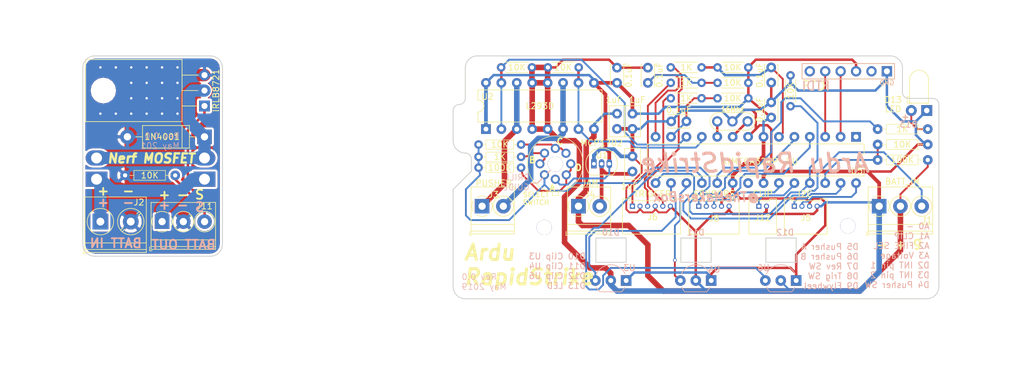
<source format=kicad_pcb>
(kicad_pcb (version 4) (host pcbnew 4.0.7)
  (title_block (date "lun. 30 mars 2015"))
  (layers (0 F.Cu signal) (31 B.Cu signal) (34 B.Paste user) (35 F.Paste user) (36 B.SilkS user) (37 F.SilkS user) (38 B.Mask user) (39 F.Mask user) (44 Edge.Cuts user))
  (net 0 "")
  (net 1 /Reset)
  (net 2 GND)
  (net 3 /A0)
  (net 4 /A1)
  (net 5 /A2)
  (net 6 /A3)
  (net 7 /AREF)
  (net 8 "/A4(SDA)")
  (net 9 "/A5(SCL)")
  (net 10 "/9(**)")
  (net 11 /8)
  (net 12 /7)
  (net 13 "/6(**)")
  (net 14 "/5(**)")
  (net 15 /4)
  (net 16 "/3(**)")
  (net 17 /2)
  (net 18 "/13(SCK)")
  (net 19 "/12(MISO)")
  (net 20 VCC)
  (net 21 "Net-(D2-Pad2)")
  (net 22 "Net-(U5-Pad9)")
  (net 23 "Net-(U5-Pad10)")
  (net 24 "/11(MOSI)")
  (net 25 "/10(SS)")
  (net 26 "Net-(D1-Pad1)")
  (net 27 "Net-(J3-Pad1)")
  (net 28 "Net-(J3-Pad2)")
  (net 29 /TRIG)
  (net 30 /ACCEL)
  (net 31 /PUSH)
  (net 32 "/0(Rx)")
  (net 33 "/1(Tx)")
  (net 34 /BATT)
  (net 35 "Net-(J7-Pad2)")
  (net 36 "Net-(J7-Pad6)")
  (net 37 "Net-(J10-Pad1)")
  (net 38 /Vin)
  (net 39 "Net-(R14-Pad2)")
  (net 40 "Net-(R15-Pad2)")
  (net 41 "Net-(R13-Pad2)")
  (module footprints:TerminalBlock_Phoenix_PT-1,5-3-3.5-H_1x03_P3.50mm_Horizontal (layer F.Cu) (at 201.168 111.125)
    (fp_text reference J1 (at 7.874 2.286) (layer F.SilkS))
    (fp_text value BATT_IN (at 3.81 -4.064) (layer F.SilkS))
    (pad 1 thru_hole rect (at 0 0) (size 2.4 2.4) (drill 1.2) (layers *.Cu *.Mask) (net 2 GND))
    (pad 2 thru_hole circle (at 3.5 0) (size 2.4 2.4) (drill 1.2) (layers *.Cu *.Mask) (net 34 /BATT))
    (pad 3 thru_hole circle (at 7 0) (size 2.4 2.4) (drill 1.2) (layers *.Cu *.Mask) (net 10 "/9(**)"))
  )
  (module footprints:R__P5.08mm (layer F.Cu) (at 186.563 92.075 270)
    (fp_text reference R16 hide)
    (fp_text value 10K (at 0 0 270) (layer F.SilkS))
    (pad 1 thru_hole circle (at -2.5 0 270) (size 1.4 1.4) (drill 0.7) (layers *.Cu *.Mask) (net 2 GND))
    (pad 2 thru_hole oval (at 2.58 0 270) (size 1.4 1.4) (drill 0.7) (layers *.Cu *.Mask) (net 5 /A2))
  )
  (module footprints:R__P5.08mm (layer F.Cu) (at 177.038 88.265)
    (fp_text reference R10 hide)
    (fp_text value 10K (at 0 0) (layer F.SilkS))
    (pad 1 thru_hole circle (at -2.5 0) (size 1.4 1.4) (drill 0.7) (layers *.Cu *.Mask) (net 15 /4))
    (pad 2 thru_hole oval (at 2.58 0) (size 1.4 1.4) (drill 0.7) (layers *.Cu *.Mask) (net 20 VCC))
  )
  (module footprints:R__P5.08mm (layer F.Cu) (at 141.478 88.265 180)
    (fp_text reference R1 hide)
    (fp_text value 10K (at 0 0 180) (layer F.SilkS))
    (pad 1 thru_hole circle (at -2.5 0 180) (size 1.4 1.4) (drill 0.7) (layers *.Cu *.Mask) (net 2 GND))
    (pad 2 thru_hole oval (at 2.58 0 180) (size 1.4 1.4) (drill 0.7) (layers *.Cu *.Mask) (net 13 "/6(**)"))
  )
  (module footprints:R__P5.08mm (layer F.Cu) (at 149.098 88.265)
    (fp_text reference R3 hide)
    (fp_text value 10K (at 0 0) (layer F.SilkS))
    (pad 1 thru_hole circle (at -2.5 0) (size 1.4 1.4) (drill 0.7) (layers *.Cu *.Mask) (net 2 GND))
    (pad 2 thru_hole oval (at 2.58 0) (size 1.4 1.4) (drill 0.7) (layers *.Cu *.Mask) (net 14 "/5(**)"))
  )
  (module footprints:R__P5.08mm (layer F.Cu) (at 177.038 90.805)
    (fp_text reference R4 hide)
    (fp_text value 10K (at 0 0) (layer F.SilkS))
    (pad 1 thru_hole circle (at -2.5 0) (size 1.4 1.4) (drill 0.7) (layers *.Cu *.Mask) (net 11 /8))
    (pad 2 thru_hole oval (at 2.58 0) (size 1.4 1.4) (drill 0.7) (layers *.Cu *.Mask) (net 20 VCC))
  )
  (module footprints:R__P5.08mm (layer F.Cu) (at 177.038 93.345)
    (fp_text reference R6 hide)
    (fp_text value 10K (at 0 0) (layer F.SilkS))
    (pad 1 thru_hole circle (at -2.5 0) (size 1.4 1.4) (drill 0.7) (layers *.Cu *.Mask) (net 12 /7))
    (pad 2 thru_hole oval (at 2.58 0) (size 1.4 1.4) (drill 0.7) (layers *.Cu *.Mask) (net 20 VCC))
  )
  (module footprints:DIP-28_W7.62mm (layer F.Cu) (at 197.358 99.695 270)
    (fp_text reference U5 (at 5.588 -0.127 360) (layer F.SilkS))
    (fp_text value ATMEGA328P-PU (at 4.064 15.875 360) (layer F.SilkS))
    (pad 1 thru_hole rect (at 0 0 270) (size 1.6 1.6) (drill 0.8) (layers *.Cu *.Mask) (net 1 /Reset))
    (pad 15 thru_hole oval (at 7.62 33.02 270) (size 1.6 1.6) (drill 0.8) (layers *.Cu *.Mask) (net 10 "/9(**)"))
    (pad 2 thru_hole oval (at 0 2.54 270) (size 1.6 1.6) (drill 0.8) (layers *.Cu *.Mask) (net 32 "/0(Rx)"))
    (pad 16 thru_hole oval (at 7.62 30.48 270) (size 1.6 1.6) (drill 0.8) (layers *.Cu *.Mask) (net 25 "/10(SS)"))
    (pad 3 thru_hole oval (at 0 5.08 270) (size 1.6 1.6) (drill 0.8) (layers *.Cu *.Mask) (net 33 "/1(Tx)"))
    (pad 17 thru_hole oval (at 7.62 27.94 270) (size 1.6 1.6) (drill 0.8) (layers *.Cu *.Mask) (net 24 "/11(MOSI)"))
    (pad 4 thru_hole oval (at 0 7.62 270) (size 1.6 1.6) (drill 0.8) (layers *.Cu *.Mask) (net 17 /2))
    (pad 18 thru_hole oval (at 7.62 25.4 270) (size 1.6 1.6) (drill 0.8) (layers *.Cu *.Mask) (net 19 "/12(MISO)"))
    (pad 5 thru_hole oval (at 0 10.16 270) (size 1.6 1.6) (drill 0.8) (layers *.Cu *.Mask) (net 16 "/3(**)"))
    (pad 19 thru_hole oval (at 7.62 22.86 270) (size 1.6 1.6) (drill 0.8) (layers *.Cu *.Mask) (net 18 "/13(SCK)"))
    (pad 6 thru_hole oval (at 0 12.7 270) (size 1.6 1.6) (drill 0.8) (layers *.Cu *.Mask) (net 15 /4))
    (pad 20 thru_hole oval (at 7.62 20.32 270) (size 1.6 1.6) (drill 0.8) (layers *.Cu *.Mask) (net 20 VCC))
    (pad 7 thru_hole oval (at 0 15.24 270) (size 1.6 1.6) (drill 0.8) (layers *.Cu *.Mask) (net 20 VCC))
    (pad 21 thru_hole oval (at 7.62 17.78 270) (size 1.6 1.6) (drill 0.8) (layers *.Cu *.Mask) (net 7 /AREF))
    (pad 8 thru_hole oval (at 0 17.78 270) (size 1.6 1.6) (drill 0.8) (layers *.Cu *.Mask) (net 2 GND))
    (pad 22 thru_hole oval (at 7.62 15.24 270) (size 1.6 1.6) (drill 0.8) (layers *.Cu *.Mask) (net 2 GND))
    (pad 9 thru_hole oval (at 0 20.32 270) (size 1.6 1.6) (drill 0.8) (layers *.Cu *.Mask) (net 22 "Net-(U5-Pad9)"))
    (pad 23 thru_hole oval (at 7.62 12.7 270) (size 1.6 1.6) (drill 0.8) (layers *.Cu *.Mask) (net 3 /A0))
    (pad 10 thru_hole oval (at 0 22.86 270) (size 1.6 1.6) (drill 0.8) (layers *.Cu *.Mask) (net 23 "Net-(U5-Pad10)"))
    (pad 24 thru_hole oval (at 7.62 10.16 270) (size 1.6 1.6) (drill 0.8) (layers *.Cu *.Mask) (net 4 /A1))
    (pad 11 thru_hole oval (at 0 25.4 270) (size 1.6 1.6) (drill 0.8) (layers *.Cu *.Mask) (net 14 "/5(**)"))
    (pad 25 thru_hole oval (at 7.62 7.62 270) (size 1.6 1.6) (drill 0.8) (layers *.Cu *.Mask) (net 5 /A2))
    (pad 12 thru_hole oval (at 0 27.94 270) (size 1.6 1.6) (drill 0.8) (layers *.Cu *.Mask) (net 13 "/6(**)"))
    (pad 26 thru_hole oval (at 7.62 5.08 270) (size 1.6 1.6) (drill 0.8) (layers *.Cu *.Mask) (net 6 /A3))
    (pad 13 thru_hole oval (at 0 30.48 270) (size 1.6 1.6) (drill 0.8) (layers *.Cu *.Mask) (net 12 /7))
    (pad 27 thru_hole oval (at 7.62 2.54 270) (size 1.6 1.6) (drill 0.8) (layers *.Cu *.Mask) (net 8 "/A4(SDA)"))
    (pad 14 thru_hole oval (at 0 33.02 270) (size 1.6 1.6) (drill 0.8) (layers *.Cu *.Mask) (net 11 /8))
    (pad 28 thru_hole oval (at 7.62 0 270) (size 1.6 1.6) (drill 0.8) (layers *.Cu *.Mask) (net 9 "/A5(SCL)"))
  )
  (module footprints:Resonator-3pin_w7.0mm_h2.5mm (layer F.Cu) (at 174.498 97.155)
    (fp_text reference Y1 hide)
    (fp_text value 16Mhz (at 2.54 -2.032) (layer F.SilkS) (effects (font (size 0.8 0.8))))
    (pad 1 thru_hole circle (at 0 0) (size 1.7 1.7) (drill 1) (layers *.Cu *.Mask) (net 23 "Net-(U5-Pad10)"))
    (pad 2 thru_hole circle (at 2.5 0) (size 1.7 1.7) (drill 1) (layers *.Cu *.Mask) (net 2 GND))
    (pad 3 thru_hole circle (at 5 0) (size 1.7 1.7) (drill 1) (layers *.Cu *.Mask) (net 22 "Net-(U5-Pad9)"))
  )
  (module footprints:R__P5.08mm (layer F.Cu) (at 169.418 88.265 180)
    (fp_text reference R11 hide)
    (fp_text value 1K (at 0 0 180) (layer F.SilkS))
    (pad 1 thru_hole circle (at -2.5 0 180) (size 1.4 1.4) (drill 0.7) (layers *.Cu *.Mask) (net 15 /4))
    (pad 2 thru_hole oval (at 2.58 0 180) (size 1.4 1.4) (drill 0.7) (layers *.Cu *.Mask) (net 31 /PUSH))
  )
  (module footprints:R__P5.08mm (layer F.Cu) (at 169.418 93.345 180)
    (fp_text reference R7 hide)
    (fp_text value 1K (at 0 0 180) (layer F.SilkS))
    (pad 1 thru_hole circle (at -2.5 0 180) (size 1.4 1.4) (drill 0.7) (layers *.Cu *.Mask) (net 12 /7))
    (pad 2 thru_hole oval (at 2.58 0 180) (size 1.4 1.4) (drill 0.7) (layers *.Cu *.Mask) (net 30 /ACCEL))
  )
  (module footprints:R__P5.08mm (layer F.Cu) (at 169.418 90.805 180)
    (fp_text reference R5 hide)
    (fp_text value 1K (at 0 0 180) (layer F.SilkS))
    (pad 1 thru_hole circle (at -2.5 0 180) (size 1.4 1.4) (drill 0.7) (layers *.Cu *.Mask) (net 11 /8))
    (pad 2 thru_hole oval (at 2.58 0 180) (size 1.4 1.4) (drill 0.7) (layers *.Cu *.Mask) (net 29 /TRIG))
  )
  (module footprints:C_Disc_D5.0mm_W2.5mm_P2.50mm (layer F.Cu) (at 160.528 105.41 90)
    (fp_text reference C1 hide)
    (fp_text value 1uF (at -2.413 -0.508 180) (layer F.SilkS))
    (pad 1 thru_hole circle (at 0 0 90) (size 1.6 1.6) (drill 0.8) (layers *.Cu *.Mask) (net 38 /Vin))
    (pad 2 thru_hole circle (at 2.5 0 90) (size 1.6 1.6) (drill 0.8) (layers *.Cu *.Mask) (net 2 GND))
  )
  (module footprints:C_Disc_D5.0mm_W2.5mm_P2.50mm (layer F.Cu) (at 157.988 95.885 270)
    (fp_text reference C2 hide)
    (fp_text value 1uF (at -2.286 0.508 360) (layer F.SilkS))
    (pad 1 thru_hole circle (at 0 0 270) (size 1.6 1.6) (drill 0.8) (layers *.Cu *.Mask) (net 34 /BATT))
    (pad 2 thru_hole circle (at 2.5 0 270) (size 1.6 1.6) (drill 0.8) (layers *.Cu *.Mask) (net 2 GND))
  )
  (module footprints:C_Disc_D3.4mm_W2.1mm_P2.50mm (layer F.Cu) (at 157.988 90.805 90)
    (fp_text reference C3 hide)
    (fp_text value 0.1uF (at 1.27 1.905 90) (layer F.SilkS))
    (pad 1 thru_hole circle (at 0 0 90) (size 1.6 1.6) (drill 0.8) (layers *.Cu *.Mask) (net 20 VCC))
    (pad 2 thru_hole circle (at 2.5 0 90) (size 1.6 1.6) (drill 0.8) (layers *.Cu *.Mask) (net 2 GND))
  )
  (module footprints:C_Disc_D5.0mm_W2.5mm_P2.50mm (layer F.Cu) (at 160.528 95.885 270)
    (fp_text reference C4 hide)
    (fp_text value 1uF (at -2.286 -0.762 360) (layer F.SilkS))
    (pad 1 thru_hole circle (at 0 0 270) (size 1.6 1.6) (drill 0.8) (layers *.Cu *.Mask) (net 20 VCC))
    (pad 2 thru_hole circle (at 2.5 0 270) (size 1.6 1.6) (drill 0.8) (layers *.Cu *.Mask) (net 2 GND))
  )
  (module footprints:C_Disc_D3.4mm_W2.1mm_P2.50mm (layer F.Cu) (at 163.068 90.805 90)
    (fp_text reference C6 hide)
    (fp_text value 0.1uF (at 1.27 1.905 90) (layer F.SilkS))
    (pad 1 thru_hole circle (at 0 0 90) (size 1.6 1.6) (drill 0.8) (layers *.Cu *.Mask) (net 11 /8))
    (pad 2 thru_hole circle (at 2.5 0 90) (size 1.6 1.6) (drill 0.8) (layers *.Cu *.Mask) (net 2 GND))
  )
  (module footprints:C_Disc_D3.4mm_W2.1mm_P2.50mm (layer F.Cu) (at 169.418 97.155 180)
    (fp_text reference C7 hide)
    (fp_text value 0.1uF (at 1.27 1.905 180) (layer F.SilkS))
    (pad 1 thru_hole circle (at 0 0 180) (size 1.6 1.6) (drill 0.8) (layers *.Cu *.Mask) (net 12 /7))
    (pad 2 thru_hole circle (at 2.5 0 180) (size 1.6 1.6) (drill 0.8) (layers *.Cu *.Mask) (net 2 GND))
  )
  (module footprints:C_Disc_D3.4mm_W2.1mm_P2.50mm (layer F.Cu) (at 183.388 88.265 270)
    (fp_text reference C8 hide)
    (fp_text value 0.1uF (at 1.27 1.905 270) (layer F.SilkS))
    (pad 1 thru_hole circle (at 0 0 270) (size 1.6 1.6) (drill 0.8) (layers *.Cu *.Mask) (net 15 /4))
    (pad 2 thru_hole circle (at 2.5 0 270) (size 1.6 1.6) (drill 0.8) (layers *.Cu *.Mask) (net 2 GND))
  )
  (module footprints:LED_D3.0mm_Horizontal_O1.27mm_Z10.0mm (layer F.Cu) (at 208.998 95.365 180)
    (fp_text reference D2 hide)
    (fp_text value D13 (at 5.544 1.766 180) (layer F.SilkS))
    (pad 1 thru_hole rect (at 0 0 180) (size 1.8 1.8) (drill 0.9) (layers *.Cu *.Mask) (net 2 GND))
    (pad 2 thru_hole circle (at 2.54 0 180) (size 1.8 1.8) (drill 0.9) (layers *.Cu *.Mask) (net 21 "Net-(D2-Pad2)"))
  )
  (module footprints:Pin_Header_Straight_1x06_Pitch2.54mm (layer F.Cu) (at 202.438 88.9 270)
    (fp_text reference J7 hide)
    (fp_text value FTDI (at 2.413 11.684 360) (layer F.SilkS) (effects (font (size 1.5 1.5) (thickness 0.2))))
    (pad 1 thru_hole rect (at 0 0 270) (size 1.7 1.7) (drill 1) (layers *.Cu *.Mask) (net 2 GND))
    (pad 2 thru_hole oval (at 0 2.54 270) (size 1.7 1.7) (drill 1) (layers *.Cu *.Mask) (net 35 "Net-(J7-Pad2)"))
    (pad 3 thru_hole oval (at 0 5.08 270) (size 1.7 1.7) (drill 1) (layers *.Cu *.Mask) (net 20 VCC))
    (pad 4 thru_hole oval (at 0 7.62 270) (size 1.7 1.7) (drill 1) (layers *.Cu *.Mask) (net 32 "/0(Rx)"))
    (pad 5 thru_hole oval (at 0 10.16 270) (size 1.7 1.7) (drill 1) (layers *.Cu *.Mask) (net 33 "/1(Tx)"))
    (pad 6 thru_hole oval (at 0 12.7 270) (size 1.7 1.7) (drill 1) (layers *.Cu *.Mask) (net 36 "Net-(J7-Pad6)"))
  )
  (module footprints:Molex_PicoBlade_53048-0210_02x1.25mm_Angled (layer F.Cu) (at 181.356 111.125)
    (fp_text reference J12 (at 0.635 1.905) (layer F.SilkS))
    (fp_text value CLIP (at 0.635 -2.032) (layer F.SilkS))
    (pad 1 thru_hole rect (at 0 0) (size 0.85 0.85) (drill 0.5) (layers *.Cu *.Mask) (net 4 /A1))
    (pad 2 thru_hole circle (at 1.25 0) (size 0.85 0.85) (drill 0.5) (layers *.Cu *.Mask) (net 2 GND))
  )
  (module Wire_Pads:SolderWirePad_single_2-5mmDrill (layer F.Cu) (at 195.998 114.365)
    (fp_text reference J13 hide)
    (fp_text value NPTH)
    (pad "" np_thru_hole circle (at 0 0) (size 2.5 2.5) (drill 2.49936) (layers *.Cu *.Mask))
  )
  (module Wire_Pads:SolderWirePad_single_2-5mmDrill (layer F.Cu) (at 145.998 114.619)
    (fp_text reference J14 hide)
    (fp_text value NPTH)
    (pad "" np_thru_hole circle (at 0 0) (size 2.5 2.5) (drill 2.49936) (layers *.Cu *.Mask))
  )
  (module Wire_Pads:SolderWirePad_single_2-5mmDrill (layer F.Cu) (at 147.828 104.1908)
    (fp_text reference J16 hide)
    (fp_text value NPTH)
    (pad "" np_thru_hole circle (at 0 0) (size 2.5 2.5) (drill 2.49936) (layers *.Cu *.Mask))
  )
  (module footprints:TO-92_Inline_Narrow_Oval (layer F.Cu) (at 154.178 104.14)
    (fp_text reference U1 (at 1.32 -1.41) (layer F.SilkS))
    (fp_text value MCP1702 (at 1.27 -3.429) (layer F.SilkS))
    (pad 2 thru_hole oval (at 1.27 0 180) (size 0.9 1.5) (drill 0.6) (layers *.Cu *.Mask) (net 38 /Vin))
    (pad 3 thru_hole oval (at 2.54 0 180) (size 0.9 1.5) (drill 0.6) (layers *.Cu *.Mask) (net 20 VCC))
    (pad 1 thru_hole rect (at 0 0 180) (size 0.9 1.5) (drill 0.6) (layers *.Cu *.Mask) (net 2 GND))
  )
  (module footprints:DIP-16_W7.62mm (layer F.Cu) (at 136.398 98.425 90)
    (fp_text reference U2 (at 5.334 0.254 180) (layer F.SilkS))
    (fp_text value L293D (at 3.81 8.89 180) (layer F.SilkS))
    (pad 1 thru_hole rect (at 0 0 90) (size 1.6 1.6) (drill 0.8) (layers *.Cu *.Mask) (net 20 VCC))
    (pad 9 thru_hole oval (at 7.62 17.78 90) (size 1.6 1.6) (drill 0.8) (layers *.Cu *.Mask) (net 20 VCC))
    (pad 2 thru_hole oval (at 0 2.54 90) (size 1.6 1.6) (drill 0.8) (layers *.Cu *.Mask) (net 13 "/6(**)"))
    (pad 10 thru_hole oval (at 7.62 15.24 90) (size 1.6 1.6) (drill 0.8) (layers *.Cu *.Mask) (net 14 "/5(**)"))
    (pad 3 thru_hole oval (at 0 5.08 90) (size 1.6 1.6) (drill 0.8) (layers *.Cu *.Mask) (net 27 "Net-(J3-Pad1)"))
    (pad 11 thru_hole oval (at 7.62 12.7 90) (size 1.6 1.6) (drill 0.8) (layers *.Cu *.Mask) (net 28 "Net-(J3-Pad2)"))
    (pad 4 thru_hole oval (at 0 7.62 90) (size 1.6 1.6) (drill 0.8) (layers *.Cu *.Mask) (net 2 GND))
    (pad 12 thru_hole oval (at 7.62 10.16 90) (size 1.6 1.6) (drill 0.8) (layers *.Cu *.Mask) (net 2 GND))
    (pad 5 thru_hole oval (at 0 10.16 90) (size 1.6 1.6) (drill 0.8) (layers *.Cu *.Mask) (net 2 GND))
    (pad 13 thru_hole oval (at 7.62 7.62 90) (size 1.6 1.6) (drill 0.8) (layers *.Cu *.Mask) (net 2 GND))
    (pad 6 thru_hole oval (at 0 12.7 90) (size 1.6 1.6) (drill 0.8) (layers *.Cu *.Mask) (net 28 "Net-(J3-Pad2)"))
    (pad 14 thru_hole oval (at 7.62 5.08 90) (size 1.6 1.6) (drill 0.8) (layers *.Cu *.Mask) (net 27 "Net-(J3-Pad1)"))
    (pad 7 thru_hole oval (at 0 15.24 90) (size 1.6 1.6) (drill 0.8) (layers *.Cu *.Mask) (net 14 "/5(**)"))
    (pad 15 thru_hole oval (at 7.62 2.54 90) (size 1.6 1.6) (drill 0.8) (layers *.Cu *.Mask) (net 13 "/6(**)"))
    (pad 8 thru_hole oval (at 0 17.78 90) (size 1.6 1.6) (drill 0.8) (layers *.Cu *.Mask) (net 34 /BATT))
    (pad 16 thru_hole oval (at 7.62 0 90) (size 1.6 1.6) (drill 0.8) (layers *.Cu *.Mask) (net 20 VCC))
  )
  (module footprints:Molex_PicoBlade_53048-0410_04x1.25mm_Angled (layer F.Cu) (at 187.198 111.125)
    (fp_text reference J5 (at 1.905 1.905) (layer F.SilkS))
    (fp_text value I2C (at 1.778 -2.032) (layer F.SilkS))
    (pad 1 thru_hole rect (at 0 0) (size 0.85 0.85) (drill 0.5) (layers *.Cu *.Mask) (net 8 "/A4(SDA)"))
    (pad 2 thru_hole circle (at 1.25 0) (size 0.85 0.85) (drill 0.5) (layers *.Cu *.Mask) (net 9 "/A5(SCL)"))
    (pad 3 thru_hole circle (at 2.5 0) (size 0.85 0.85) (drill 0.5) (layers *.Cu *.Mask) (net 20 VCC))
    (pad 4 thru_hole circle (at 3.75 0) (size 0.85 0.85) (drill 0.5) (layers *.Cu *.Mask) (net 2 GND))
  )
  (module footprints:SW_Rotary8 (layer F.Cu) (at 147.828 104.14 180)
    (fp_text reference SW1 hide)
    (fp_text value SW_Rotary8)
    (pad 8 thru_hole circle (at 0 -2.54 180) (size 1.5 1.5) (drill 0.9) (layers *.Cu *.Mask) (net 20 VCC))
    (pad 1 thru_hole circle (at 1.7907 -1.8034 180) (size 1.5 1.5) (drill 0.9) (layers *.Cu *.Mask) (net 5 /A2))
    (pad 2 thru_hole oval (at 2.54 0 180) (size 1.5 1.5) (drill 0.9) (layers *.Cu *.Mask) (net 40 "Net-(R15-Pad2)"))
    (pad 3 thru_hole oval (at 1.778 1.7526 180) (size 1.5 1.5) (drill 0.9) (layers *.Cu *.Mask) (net 40 "Net-(R15-Pad2)"))
    (pad 4 thru_hole oval (at 0 2.54 180) (size 1.5 1.5) (drill 0.9) (layers *.Cu *.Mask) (net 39 "Net-(R14-Pad2)"))
    (pad 5 thru_hole oval (at -1.7526 1.7399 180) (size 1.5 1.5) (drill 0.9) (layers *.Cu *.Mask) (net 39 "Net-(R14-Pad2)"))
    (pad 6 thru_hole oval (at -2.54 0 180) (size 1.5 1.5) (drill 0.9) (layers *.Cu *.Mask) (net 41 "Net-(R13-Pad2)"))
    (pad 7 thru_hole oval (at -1.8034 -1.8161 180) (size 1.5 1.5) (drill 0.9) (layers *.Cu *.Mask) (net 41 "Net-(R13-Pad2)"))
  )
  (module footprints:C_Disc_D3.4mm_W2.1mm_P2.50mm (layer F.Cu) (at 183.388 96.52 90)
    (fp_text reference C5 hide)
    (fp_text value 0.1uF (at 1.27 -1.905 90) (layer F.SilkS))
    (pad 1 thru_hole circle (at 0 0 90) (size 1.6 1.6) (drill 0.8) (layers *.Cu *.Mask) (net 20 VCC))
    (pad 2 thru_hole circle (at 2.5 0 90) (size 1.6 1.6) (drill 0.8) (layers *.Cu *.Mask) (net 2 GND))
  )
  (module footprints:Hall_Sensor (layer B.Cu) (at 159.498 123.365 180)
    (fp_text reference U3 (at -0.522 2.08 360) (layer B.SilkS) (effects (justify mirror)))
    (fp_text value "HALL SENSOR" hide)
    (pad 3 thru_hole circle (at 5.08 0 90) (size 1.75 1.75) (drill 0.8) (layers *.Cu *.Mask) (net 25 "/10(SS)"))
    (pad 2 thru_hole circle (at 2.54 0 90) (size 1.75 1.75) (drill 0.8) (layers *.Cu *.Mask) (net 2 GND))
    (pad 1 thru_hole rect (at 0 0 90) (size 1.75 1.75) (drill 0.8) (layers *.Cu *.Mask) (net 20 VCC))
  )
  (module footprints:Hall_Sensor (layer B.Cu) (at 187.498 123.365 180)
    (fp_text reference U6 (at 5.38 2.08 360) (layer B.SilkS) (effects (justify mirror)))
    (fp_text value "HALL SENSOR" hide)
    (pad 3 thru_hole circle (at 5.08 0 90) (size 1.75 1.75) (drill 0.8) (layers *.Cu *.Mask) (net 19 "/12(MISO)"))
    (pad 2 thru_hole circle (at 2.54 0 90) (size 1.75 1.75) (drill 0.8) (layers *.Cu *.Mask) (net 2 GND))
    (pad 1 thru_hole rect (at 0 0 90) (size 1.75 1.75) (drill 0.8) (layers *.Cu *.Mask) (net 20 VCC))
  )
  (module footprints:Hall_Sensor (layer B.Cu) (at 173.498 123.365 180)
    (fp_text reference U4 (at -0.492 1.826 360) (layer B.SilkS) (effects (justify mirror)))
    (fp_text value "HALL SENSOR" hide)
    (pad 3 thru_hole circle (at 5.08 0 90) (size 1.75 1.75) (drill 0.8) (layers *.Cu *.Mask) (net 24 "/11(MOSI)"))
    (pad 2 thru_hole circle (at 2.54 0 90) (size 1.75 1.75) (drill 0.8) (layers *.Cu *.Mask) (net 2 GND))
    (pad 1 thru_hole rect (at 0 0 90) (size 1.75 1.75) (drill 0.8) (layers *.Cu *.Mask) (net 20 VCC))
  )
  (module footprints:TerminalBlock_Phoenix_PT-1,5-2-3.5-H_1x02_P3.50mm_Horizontal (layer F.Cu) (at 135.763 111.125)
    (fp_text reference J3 (at 1.905 -1.905) (layer F.SilkS))
    (fp_text value PUSHER (at 1.905 -3.81 180) (layer F.SilkS))
    (pad 1 thru_hole rect (at 0 0) (size 2.4 2.4) (drill 1.2) (layers *.Cu *.Mask) (net 27 "Net-(J3-Pad1)"))
    (pad 2 thru_hole circle (at 3.5 0) (size 2.4 2.4) (drill 1.2) (layers *.Cu *.Mask) (net 28 "Net-(J3-Pad2)"))
  )
  (module footprints:TerminalBlock_Phoenix_PT-1,5-2-3.5-H_1x02_P3.50mm_Horizontal (layer F.Cu) (at 151.638 111.125)
    (fp_text reference J4 (at 1.905 -1.905) (layer F.SilkS))
    (fp_text value JAM (at 1.905 -3.81 180) (layer F.SilkS))
    (pad 1 thru_hole rect (at 0 0) (size 2.4 2.4) (drill 1.2) (layers *.Cu *.Mask) (net 34 /BATT))
    (pad 2 thru_hole circle (at 3.5 0) (size 2.4 2.4) (drill 1.2) (layers *.Cu *.Mask) (net 38 /Vin))
  )
  (module footprints:R_Axial_DIN0204_L3.6mm_D1.6mm_P7.62mm_Horizontal (layer F.Cu) (at 201.168 103.505)
    (fp_text reference R8)
    (fp_text value 100K (at 3.81 0) (layer F.SilkS))
    (pad 1 thru_hole circle (at -0.25 0) (size 1.6 1.6) (drill 0.7) (layers *.Cu *.Mask) (net 6 /A3))
    (pad 2 thru_hole circle (at 8 0) (size 1.6 1.6) (drill 0.7) (layers *.Cu *.Mask) (net 34 /BATT))
  )
  (module footprints:R_Axial_DIN0204_L3.6mm_D1.6mm_P7.62mm_Horizontal (layer F.Cu) (at 201.168 100.965)
    (fp_text reference R12)
    (fp_text value 10K (at 3.81 0) (layer F.SilkS))
    (pad 1 thru_hole circle (at -0.25 0) (size 1.6 1.6) (drill 0.7) (layers *.Cu *.Mask) (net 6 /A3))
    (pad 2 thru_hole circle (at 8 0) (size 1.6 1.6) (drill 0.7) (layers *.Cu *.Mask) (net 2 GND))
  )
  (module Connectors_Molex:Molex_PicoBlade_53048-0610_06x1.25mm_Angled (layer F.Cu) (at 160.528 111.125)
    (fp_text reference J6 (at 3.302 1.778) (layer F.SilkS))
    (fp_text value TRIGGER (at 3.302 -2.032) (layer F.SilkS))
    (pad 1 thru_hole rect (at 0 0) (size 0.85 0.85) (drill 0.5) (layers *.Cu *.Mask) (net 29 /TRIG))
    (pad 2 thru_hole circle (at 1.25 0) (size 0.85 0.85) (drill 0.5) (layers *.Cu *.Mask) (net 2 GND))
    (pad 3 thru_hole circle (at 2.5 0) (size 0.85 0.85) (drill 0.5) (layers *.Cu *.Mask) (net 30 /ACCEL))
    (pad 4 thru_hole circle (at 3.75 0) (size 0.85 0.85) (drill 0.5) (layers *.Cu *.Mask) (net 2 GND))
    (pad 5 thru_hole circle (at 5 0) (size 0.85 0.85) (drill 0.5) (layers *.Cu *.Mask) (net 31 /PUSH))
    (pad 6 thru_hole circle (at 6.25 0) (size 0.85 0.85) (drill 0.5) (layers *.Cu *.Mask) (net 2 GND))
  )
  (module Connectors_Molex:Molex_PicoBlade_53048-0510_05x1.25mm_Angled (layer F.Cu) (at 171.45 111.125)
    (fp_text reference J8 (at 2.54 2.032) (layer F.SilkS))
    (fp_text value SENSORS (at 2.54 -2.032) (layer F.SilkS))
    (pad 1 thru_hole rect (at 0 0) (size 0.85 0.85) (drill 0.5) (layers *.Cu *.Mask) (net 16 "/3(**)"))
    (pad 2 thru_hole circle (at 1.25 0) (size 0.85 0.85) (drill 0.5) (layers *.Cu *.Mask) (net 17 /2))
    (pad 3 thru_hole circle (at 2.5 0) (size 0.85 0.85) (drill 0.5) (layers *.Cu *.Mask) (net 3 /A0))
    (pad 4 thru_hole circle (at 3.75 0) (size 0.85 0.85) (drill 0.5) (layers *.Cu *.Mask) (net 20 VCC))
    (pad 5 thru_hole circle (at 5 0) (size 0.85 0.85) (drill 0.5) (layers *.Cu *.Mask) (net 2 GND))
  )
  (module footprints:R_Axial_DIN0204_L3.6mm_D1.6mm_P7.62mm_Horizontal (layer F.Cu) (at 201.168 98.425)
    (fp_text reference R2)
    (fp_text value 1K (at 3.81 0) (layer F.SilkS))
    (pad 1 thru_hole circle (at -0.25 0) (size 1.6 1.6) (drill 0.7) (layers *.Cu *.Mask) (net 18 "/13(SCK)"))
    (pad 2 thru_hole circle (at 8 0) (size 1.6 1.6) (drill 0.7) (layers *.Cu *.Mask) (net 21 "Net-(D2-Pad2)"))
  )
  (module footprints:R__P7mm (layer F.Cu) (at 138.684 104.775)
    (fp_text reference R13 hide)
    (fp_text value 100K (at 0 0) (layer F.SilkS))
    (pad 1 thru_hole circle (at -3.5 0) (size 1.4 1.4) (drill 0.7) (layers *.Cu *.Mask) (net 5 /A2))
    (pad 2 thru_hole oval (at 3.5 0) (size 1.4 1.4) (drill 0.7) (layers *.Cu *.Mask) (net 41 "Net-(R13-Pad2)"))
  )
  (module footprints:R__P7mm (layer F.Cu) (at 138.684 100.965)
    (fp_text reference R14 hide)
    (fp_text value 10K (at 0 0) (layer F.SilkS))
    (pad 1 thru_hole circle (at -3.5 0) (size 1.4 1.4) (drill 0.7) (layers *.Cu *.Mask) (net 5 /A2))
    (pad 2 thru_hole oval (at 3.5 0) (size 1.4 1.4) (drill 0.7) (layers *.Cu *.Mask) (net 39 "Net-(R14-Pad2)"))
  )
  (module footprints:R__P7mm (layer F.Cu) (at 138.684 102.997)
    (fp_text reference R15 hide)
    (fp_text value 1K (at 0 0) (layer F.SilkS))
    (pad 1 thru_hole circle (at -3.5 0) (size 1.4 1.4) (drill 0.7) (layers *.Cu *.Mask) (net 5 /A2))
    (pad 2 thru_hole oval (at 3.5 0) (size 1.4 1.4) (drill 0.7) (layers *.Cu *.Mask) (net 40 "Net-(R15-Pad2)"))
  )
  (module footprints:D_DO-15_P12.70mm_Horizontal (layer F.Cu) (at 90.043 99.695 180)
    (fp_text reference D1 hide)
    (fp_text value 1N4001 (at 6.985 0 180) (layer F.SilkS))
    (pad 1 thru_hole rect (at 0 0 180) (size 2.4 2.4) (drill 1.2) (layers *.Cu *.Mask) (net 26 "Net-(D1-Pad1)"))
    (pad 2 thru_hole oval (at 12.7 0 180) (size 2.4 2.4) (drill 1.2) (layers *.Cu *.Mask) (net 2 GND))
  )
  (module footprints:TO-220-3_Horizontal (layer F.Cu) (at 90.043 94.615 90)
    (fp_text reference Q1 hide)
    (fp_text value IRLB8721 (at 2.54 1.9 90) (layer F.SilkS))
    (pad 0 np_thru_hole oval (at 2.54 -16.66 90) (size 3.5 3.5) (drill 3.5) (layers *.Cu *.Mask))
    (pad 1 thru_hole rect (at 0 0 90) (size 1.8 1.8) (drill 1) (layers *.Cu *.Mask) (net 10 "/9(**)"))
    (pad 2 thru_hole oval (at 2.54 0 90) (size 1.8 1.8) (drill 1) (layers *.Cu *.Mask) (net 26 "Net-(D1-Pad1)"))
    (pad 3 thru_hole oval (at 5.08 0 90) (size 1.8 1.8) (drill 1) (layers *.Cu *.Mask) (net 2 GND))
  )
  (module footprints:TerminalBlock_Phoenix_PT-1,5-2-5.0-H_1x02_P5.00mm_Horizontal (layer F.Cu) (at 72.898 113.665)
    (fp_text reference J2 (at 6.35 -3.175) (layer F.SilkS))
    (fp_text value BATT_IN)
    (pad 1 thru_hole rect (at 0 0) (size 2.6 2.6) (drill 1.3) (layers *.Cu *.Mask) (net 37 "Net-(J10-Pad1)"))
    (pad 2 thru_hole circle (at 5 0) (size 2.6 2.6) (drill 1.3) (layers *.Cu *.Mask) (net 2 GND))
  )
  (module footprints:TerminalBlock_Phoenix_PT-1,5-3-3.5-H_1x03_P3.50mm_Horizontal (layer F.Cu) (at 83.058 113.665)
    (fp_text reference J11 (at 6.985 -2.54) (layer F.SilkS))
    (fp_text value BATT_OUT)
    (pad 1 thru_hole rect (at 0 0) (size 2.4 2.4) (drill 1.2) (layers *.Cu *.Mask) (net 37 "Net-(J10-Pad1)"))
    (pad 2 thru_hole circle (at 3.5 0) (size 2.4 2.4) (drill 1.2) (layers *.Cu *.Mask) (net 2 GND))
    (pad 3 thru_hole circle (at 7 0) (size 2.4 2.4) (drill 1.2) (layers *.Cu *.Mask) (net 10 "/9(**)"))
  )
  (module footprints:PhoenixContact_MCV-G_02x3.50mm_Vertical (layer F.Cu) (at 90.043 106.68 90)
    (fp_text reference J9 hide)
    (fp_text value MTR_1)
    (pad 1 thru_hole rect (at 0 0 90) (size 2.5 3.6) (drill 1.8) (layers *.Cu *.Mask) (net 37 "Net-(J10-Pad1)"))
    (pad 2 thru_hole oval (at 3.5 0 90) (size 2.5 3.6) (drill 1.8) (layers *.Cu *.Mask) (net 26 "Net-(D1-Pad1)"))
  )
  (module footprints:PhoenixContact_MCV-G_02x3.50mm_Vertical (layer F.Cu) (at 72.263 106.68 90)
    (fp_text reference J10 hide)
    (fp_text value MTR_2)
    (pad 1 thru_hole rect (at 0 0 90) (size 2.5 3.6) (drill 1.8) (layers *.Cu *.Mask) (net 37 "Net-(J10-Pad1)"))
    (pad 2 thru_hole oval (at 3.5 0 90) (size 2.5 3.6) (drill 1.8) (layers *.Cu *.Mask) (net 26 "Net-(D1-Pad1)"))
  )
  (module footprints:R_Axial_DIN0204_L3.6mm_D1.6mm_P7.62mm_Horizontal (layer F.Cu) (at 77.216 106.045)
    (fp_text reference R9)
    (fp_text value 10K (at 3.81 0) (layer F.SilkS))
    (pad 1 thru_hole circle (at -0.25 0) (size 1.6 1.6) (drill 0.7) (layers *.Cu *.Mask) (net 2 GND))
    (pad 2 thru_hole circle (at 8 0) (size 1.6 1.6) (drill 0.7) (layers *.Cu *.Mask) (net 10 "/9(**)"))
  )
  (gr_text LED (at 203.454 95.123) (layer F.SilkS) (effects (font (size 1 1))))
  (gr_text + (at 205.486 96.393) (layer B.SilkS) (effects (font (size 1 1) (thickness 0.2)) (justify mirror)))
  (gr_text + (at 205.486 96.393) (layer F.SilkS) (effects (font (size 1 1) (thickness 0.2))))
  (gr_line (start 144.907 107.315) (end 143.764 107.315) (angle 90) (layer B.SilkS) (width 0.15))
  (gr_line (start 147.828 104.394) (end 144.907 107.315) (angle 90) (layer B.SilkS) (width 0.15))
  (gr_text "DRILL\nGUIDE" (at 143.637 107.188) (layer B.SilkS) (effects (font (size 1 1) (thickness 0.1)) (justify left mirror)))
  (gr_text "Ardu\nRapidStrike" (at 132.588 120.777) (layer F.SilkS) (effects (font (size 2.5 2.5) (thickness 0.5) italic) (justify left)))
  (gr_text D13 (at 205.994 97.663) (layer B.SilkS) (effects (font (size 1 1)) (justify mirror)))
  (gr_text D (at 151.638 104.775) (layer F.SilkS) (effects (font (size 1 1) (thickness 0.25))))
  (gr_text C (at 148.59 100.457) (layer F.SilkS) (effects (font (size 1 1) (thickness 0.25))))
  (gr_text B (at 144.018 103.505) (layer F.SilkS) (effects (font (size 1 1) (thickness 0.25))))
  (gr_text A (at 147.32 108.077) (layer F.SilkS) (effects (font (size 1 1) (thickness 0.25))))
  (gr_arc (start 132.998 103.365) (end 132.998 102.365) (angle 90) (layer Edge.Cuts) (width 0.15))
  (gr_line (start 130.998 100.365) (end 130.998 95.365) (angle 90) (layer Edge.Cuts) (width 0.15))
  (gr_line (start 130.998 108.365) (end 130.998 124.365) (angle 90) (layer Edge.Cuts) (width 0.15))
  (gr_arc (start 132.998 124.365) (end 132.998 126.365) (angle 90) (layer Edge.Cuts) (width 0.15))
  (gr_line (start 132.998 126.365) (end 208.998 126.365) (angle 90) (layer Edge.Cuts) (width 0.15))
  (gr_line (start 210.998 124.365) (end 210.998 94.365) (angle 90) (layer Edge.Cuts) (width 0.15))
  (gr_arc (start 208.998 124.365) (end 210.998 124.365) (angle 90) (layer Edge.Cuts) (width 0.15))
  (gr_line (start 204.998 88.365) (end 204.998 90.365) (angle 90) (layer Edge.Cuts) (width 0.15))
  (gr_arc (start 202.998 88.365) (end 202.998 86.365) (angle 90) (layer Edge.Cuts) (width 0.15))
  (gr_line (start 134.998 86.365) (end 202.998 86.365) (angle 90) (layer Edge.Cuts) (width 0.15))
  (gr_line (start 132.998 93.365) (end 132.998 88.365) (angle 90) (layer Edge.Cuts) (width 0.15))
  (gr_arc (start 134.998 88.365) (end 132.998 88.365) (angle 90) (layer Edge.Cuts) (width 0.15))
  (gr_arc (start 131.998 93.365) (end 132.998 93.365) (angle 90) (layer Edge.Cuts) (width 0.15))
  (gr_arc (start 131.998 95.365) (end 130.998 95.365) (angle 90) (layer Edge.Cuts) (width 0.15))
  (gr_arc (start 132.998 100.365) (end 132.998 102.365) (angle 90) (layer Edge.Cuts) (width 0.15))
  (gr_line (start 133.998 103.365) (end 133.998 105.365) (angle 90) (layer Edge.Cuts) (width 0.15))
  (gr_text D12 (at 185.674 115.443) (layer B.SilkS) (effects (font (size 1 1)) (justify mirror)))
  (gr_text D11 (at 170.942 115.443) (layer B.SilkS) (effects (font (size 1 1)) (justify mirror)))
  (gr_text D10 (at 156.972 115.443) (layer B.SilkS) (effects (font (size 1 1)) (justify mirror)))
  (gr_text "D10 Clip U3\nD11 Clip U4\nD12 Clip U6\nD13 LED" (at 152.908 121.793) (layer B.SilkS) (effects (font (size 1 1)) (justify left mirror)))
  (gr_text "D5 Pusher A\nD6 Pusher B\nD7 Rev SW\nD8 Trig SW\nD9 Flywheel" (at 197.866 121.031) (layer B.SilkS) (effects (font (size 1 1)) (justify left mirror)))
  (gr_text "A0 -\nA1 CLIP\nA2 FIRE SEL\nA3 Voltage\nD2 INT pin 1\nD3 INT pin 2\nD4 Pusher SW" (at 209.55 119.253) (layer B.SilkS) (effects (font (size 1 1)) (justify left mirror)))
  (gr_text FTDI (at 190.754 91.313) (layer B.SilkS) (effects (font (size 1.5 1.5) (thickness 0.2)) (justify mirror)))
  (gr_text GND (at 202.438 90.805) (layer B.SilkS) (effects (font (size 0.8 0.8) (thickness 0.1)) (justify mirror)))
  (gr_text "SELECT\nSWITCH" (at 144.653 109.855) (layer F.SilkS) (effects (font (size 0.8 0.8))))
  (gr_text @TheMakersBox (at 172.72 109.601) (layer B.SilkS) (effects (font (size 1.5 1.5) (thickness 0.3) italic) (justify mirror)))
  (gr_text "Ardu RapidStrike" (at 199.898 104.013) (layer B.SilkS) (effects (font (size 3 3) (thickness 0.5) italic) (justify left mirror)))
  (gr_text GND (at 202.438 90.805) (layer F.SilkS) (effects (font (size 0.8 0.8) (thickness 0.1))))
  (gr_text "- + 9" (at 204.47 117.475) (layer F.SilkS) (effects (font (size 1.5 1.5) (thickness 0.3))))
  (gr_line (start 204.998 90.365) (end 204.998 92.365) (angle 90) (layer Edge.Cuts) (width 0.15))
  (gr_line (start 205.998 93.365) (end 209.998 93.365) (angle 90) (layer Edge.Cuts) (width 0.15))
  (gr_arc (start 209.998 94.365) (end 209.998 93.365) (angle 90) (layer Edge.Cuts) (width 0.15))
  (gr_arc (start 205.998 92.365) (end 205.998 93.365) (angle 90) (layer Edge.Cuts) (width 0.15))
  (gr_line (start 133.998 105.365) (end 130.998 108.365) (angle 90) (layer Edge.Cuts) (width 0.15))
  (gr_text "Rev 0.0\nMay 2019" (at 132.334 123.571) (layer B.SilkS) (effects (font (size 1 1) (thickness 0.1)) (justify right mirror)))
  (gr_line (start 187.498 116.365) (end 182.498 116.365) (angle 90) (layer Edge.Cuts) (width 0.15))
  (gr_line (start 187.498 120.365) (end 187.498 116.365) (angle 90) (layer Edge.Cuts) (width 0.15))
  (gr_line (start 182.498 120.365) (end 187.498 120.365) (angle 90) (layer Edge.Cuts) (width 0.15))
  (gr_line (start 182.498 116.365) (end 182.498 120.365) (angle 90) (layer Edge.Cuts) (width 0.15))
  (gr_line (start 173.498 116.365) (end 168.498 116.365) (angle 90) (layer Edge.Cuts) (width 0.15))
  (gr_line (start 173.498 120.365) (end 173.498 116.365) (angle 90) (layer Edge.Cuts) (width 0.15))
  (gr_line (start 168.498 120.365) (end 173.498 120.365) (angle 90) (layer Edge.Cuts) (width 0.15))
  (gr_line (start 168.498 116.365) (end 168.498 120.365) (angle 90) (layer Edge.Cuts) (width 0.15))
  (gr_line (start 159.498 116.365) (end 154.498 116.365) (angle 90) (layer Edge.Cuts) (width 0.15))
  (gr_line (start 159.498 120.365) (end 159.498 116.365) (angle 90) (layer Edge.Cuts) (width 0.15))
  (gr_line (start 158.998 120.365) (end 159.498 120.365) (angle 90) (layer Edge.Cuts) (width 0.15))
  (gr_line (start 154.498 120.365) (end 158.998 120.365) (angle 90) (layer Edge.Cuts) (width 0.15))
  (gr_line (start 154.498 116.365) (end 154.498 120.365) (angle 90) (layer Edge.Cuts) (width 0.15))
  (gr_arc (start 71.998 88.365) (end 69.998 88.365) (angle 90) (layer Edge.Cuts) (width 0.15))
  (gr_arc (start 90.998 88.365) (end 90.998 86.365) (angle 90) (layer Edge.Cuts) (width 0.15))
  (gr_arc (start 90.998 117.365) (end 92.998 117.365) (angle 90) (layer Edge.Cuts) (width 0.15))
  (gr_arc (start 71.998 117.365) (end 71.998 119.365) (angle 90) (layer Edge.Cuts) (width 0.15))
  (gr_line (start 90.998 119.365) (end 71.998 119.365) (angle 90) (layer Edge.Cuts) (width 0.15))
  (gr_line (start 92.998 88.365) (end 92.998 117.365) (angle 90) (layer Edge.Cuts) (width 0.15))
  (gr_line (start 71.998 86.365) (end 90.998 86.365) (angle 90) (layer Edge.Cuts) (width 0.15))
  (gr_line (start 69.998 117.365) (end 69.998 88.365) (angle 90) (layer Edge.Cuts) (width 0.15))
  (gr_text "Rev 0.0\nMay 201" (at 85.998 100.365) (layer B.SilkS) (effects (font (size 1 1) (thickness 0.1)) (justify left mirror)))
  (gr_text "Nerf MOSFET" (at 81.28 103.251) (layer F.SilkS) (effects (font (size 1.5 1.5) (thickness 0.375) italic)))
  (gr_text "BATT OUT" (at 86.614 117.475) (layer B.SilkS) (effects (font (size 1.5 1.5) (thickness 0.3)) (justify mirror)))
  (gr_text "BATT IN" (at 75.438 117.221) (layer B.SilkS) (effects (font (size 1.5 1.5) (thickness 0.3)) (justify mirror)))
  (gr_text "+ - S" (at 86.233 111.125 180) (layer B.SilkS) (effects (font (size 1.5 1.5) (thickness 0.3)) (justify mirror)))
  (gr_text "-  +" (at 75.438 110.49) (layer B.SilkS) (effects (font (size 1.5 1.5) (thickness 0.3)) (justify mirror)))
  (gr_text "+  -" (at 75.438 108.585) (layer F.SilkS) (effects (font (size 1.5 1.5) (thickness 0.3))))
  (gr_text "+ - S" (at 86.233 109.22) (layer F.SilkS) (effects (font (size 1.5 1.5) (thickness 0.3))))
  (segment (start 182.606 111.125) (end 182.606 112.248) (width 0.4064) (layer F.Cu) (net 2))
  (segment (start 190.948 111.82) (end 190.948 111.125) (width 0.4064) (layer F.Cu) (net 2))
  (segment (start 190.373 112.395) (end 190.948 111.82) (width 0.4064) (layer F.Cu) (net 2))
  (segment (start 182.753 112.395) (end 190.373 112.395) (width 0.4064) (layer F.Cu) (net 2))
  (segment (start 182.606 112.248) (end 182.753 112.395) (width 0.4064) (layer F.Cu) (net 2))
  (segment (start 176.45 111.125) (end 176.45 111.807) (width 0.4064) (layer F.Cu) (net 2))
  (segment (start 182.606 111.907) (end 182.606 111.125) (width 0.4064) (layer F.Cu) (net 2))
  (segment (start 182.118 112.395) (end 182.606 111.907) (width 0.4064) (layer F.Cu) (net 2))
  (segment (start 177.038 112.395) (end 182.118 112.395) (width 0.4064) (layer F.Cu) (net 2))
  (segment (start 176.45 111.807) (end 177.038 112.395) (width 0.4064) (layer F.Cu) (net 2))
  (segment (start 170.958 115.305) (end 170.958 115.3) (width 0.4064) (layer F.Cu) (net 2))
  (segment (start 176.45 111.713) (end 176.45 111.125) (width 0.4064) (layer F.Cu) (net 2))
  (segment (start 175.768 112.395) (end 176.45 111.713) (width 0.4064) (layer F.Cu) (net 2))
  (segment (start 173.863 112.395) (end 175.768 112.395) (width 0.4064) (layer F.Cu) (net 2))
  (segment (start 170.958 115.3) (end 173.863 112.395) (width 0.4064) (layer F.Cu) (net 2))
  (segment (start 170.958 123.365) (end 170.958 115.305) (width 0.4064) (layer F.Cu) (net 2))
  (segment (start 170.958 115.305) (end 166.778 111.125) (width 0.4064) (layer F.Cu) (net 2))
  (segment (start 172.593 125.095) (end 172.593 125) (width 0.4064) (layer B.Cu) (net 2))
  (segment (start 172.593 125) (end 170.958 123.365) (width 0.4064) (layer B.Cu) (net 2))
  (segment (start 199.263 105.41) (end 203.073 105.41) (width 0.4064) (layer F.Cu) (net 2))
  (segment (start 207.518 100.965) (end 209.168 100.965) (width 0.4064) (layer F.Cu) (net 2))
  (segment (start 203.073 105.41) (end 207.518 100.965) (width 0.4064) (layer F.Cu) (net 2))
  (segment (start 209.168 100.965) (end 208.788 100.965) (width 0.4064) (layer B.Cu) (net 2))
  (segment (start 208.788 100.965) (end 207.208 99.385) (width 0.4064) (layer B.Cu) (net 2))
  (segment (start 207.208 99.385) (end 207.208 97.155) (width 0.4064) (layer B.Cu) (net 2))
  (segment (start 202.438 88.9) (end 202.438 94.615) (width 0.4064) (layer B.Cu) (net 2))
  (segment (start 207.208 97.155) (end 208.998 95.365) (width 0.4064) (layer B.Cu) (net 2))
  (segment (start 204.978 97.155) (end 207.208 97.155) (width 0.4064) (layer B.Cu) (net 2))
  (segment (start 202.438 94.615) (end 204.978 97.155) (width 0.4064) (layer B.Cu) (net 2))
  (segment (start 186.563 89.575) (end 186.563 90.805) (width 0.4064) (layer B.Cu) (net 2))
  (segment (start 186.563 90.805) (end 187.833 92.075) (width 0.4064) (layer B.Cu) (net 2))
  (segment (start 202.438 90.17) (end 202.438 88.9) (width 0.4064) (layer B.Cu) (net 2))
  (segment (start 200.533 92.075) (end 202.438 90.17) (width 0.4064) (layer B.Cu) (net 2))
  (segment (start 187.833 92.075) (end 200.533 92.075) (width 0.4064) (layer B.Cu) (net 2))
  (segment (start 183.388 94.02) (end 183.388 93.98) (width 0.4064) (layer B.Cu) (net 2))
  (segment (start 183.388 93.98) (end 186.563 90.805) (width 0.4064) (layer B.Cu) (net 2))
  (segment (start 186.563 89.575) (end 186.603 89.575) (width 0.3048) (layer B.Cu) (net 2))
  (segment (start 161.778 111.125) (end 161.778 111.653) (width 0.3048) (layer F.Cu) (net 2))
  (segment (start 162.052 104.434) (end 160.528 102.91) (width 0.3048) (layer F.Cu) (net 2))
  (segment (start 162.052 105.585102) (end 162.052 104.434) (width 0.3048) (layer F.Cu) (net 2))
  (segment (start 159.512 108.125102) (end 162.052 105.585102) (width 0.3048) (layer F.Cu) (net 2))
  (segment (start 159.512 111.633) (end 159.512 108.125102) (width 0.3048) (layer F.Cu) (net 2))
  (segment (start 160.02 112.141) (end 159.512 111.633) (width 0.3048) (layer F.Cu) (net 2))
  (segment (start 161.29 112.141) (end 160.02 112.141) (width 0.3048) (layer F.Cu) (net 2))
  (segment (start 161.778 111.653) (end 161.29 112.141) (width 0.3048) (layer F.Cu) (net 2))
  (segment (start 164.278 111.125) (end 164.278 111.693) (width 0.3048) (layer F.Cu) (net 2))
  (segment (start 161.778 111.613) (end 161.778 111.125) (width 0.3048) (layer F.Cu) (net 2))
  (segment (start 162.306 112.141) (end 161.778 111.613) (width 0.3048) (layer F.Cu) (net 2))
  (segment (start 163.83 112.141) (end 162.306 112.141) (width 0.3048) (layer F.Cu) (net 2))
  (segment (start 164.278 111.693) (end 163.83 112.141) (width 0.3048) (layer F.Cu) (net 2))
  (segment (start 166.778 111.125) (end 166.778 111.479) (width 0.3048) (layer F.Cu) (net 2))
  (segment (start 166.778 111.479) (end 166.116 112.141) (width 0.3048) (layer F.Cu) (net 2))
  (segment (start 166.116 112.141) (end 164.846 112.141) (width 0.3048) (layer F.Cu) (net 2))
  (segment (start 164.846 112.141) (end 164.278 111.573) (width 0.3048) (layer F.Cu) (net 2))
  (segment (start 164.278 111.573) (end 164.278 111.125) (width 0.3048) (layer F.Cu) (net 2))
  (segment (start 151.793598 101.120598) (end 151.793598 107.159402) (width 0.9144) (layer F.Cu) (net 2))
  (segment (start 156.958 123.365) (end 156.958 122.16) (width 0.9144) (layer F.Cu) (net 2))
  (segment (start 156.958 122.16) (end 156.083 121.285) (width 0.9144) (layer F.Cu) (net 2))
  (segment (start 156.083 121.285) (end 153.543 121.285) (width 0.9144) (layer F.Cu) (net 2))
  (segment (start 153.543 121.285) (end 151.003 118.745) (width 0.9144) (layer F.Cu) (net 2))
  (segment (start 151.793598 101.120598) (end 151.003 100.33) (width 0.9144) (layer F.Cu) (net 2))
  (segment (start 151.003 100.33) (end 148.463 100.33) (width 0.9144) (layer F.Cu) (net 2))
  (segment (start 148.463 100.33) (end 146.558 98.425) (width 0.9144) (layer F.Cu) (net 2))
  (segment (start 149.352 117.094) (end 151.003 118.745) (width 0.9144) (layer F.Cu) (net 2))
  (segment (start 149.352 109.601) (end 149.352 117.094) (width 0.9144) (layer F.Cu) (net 2))
  (segment (start 151.793598 107.159402) (end 149.352 109.601) (width 0.9144) (layer F.Cu) (net 2))
  (segment (start 201.168 111.125) (end 201.168 107.315) (width 0.6096) (layer F.Cu) (net 2))
  (segment (start 201.168 107.315) (end 199.263 105.41) (width 0.6096) (layer F.Cu) (net 2))
  (segment (start 199.263 105.41) (end 182.753 105.41) (width 0.6096) (layer F.Cu) (net 2))
  (segment (start 166.918 97.155) (end 166.918 97.115) (width 0.4064) (layer B.Cu) (net 2))
  (segment (start 166.918 97.115) (end 168.656 95.377) (width 0.4064) (layer B.Cu) (net 2))
  (segment (start 175.22 95.377) (end 176.998 97.155) (width 0.4064) (layer B.Cu) (net 2))
  (segment (start 168.656 95.377) (end 175.22 95.377) (width 0.4064) (layer B.Cu) (net 2))
  (segment (start 160.528 98.385) (end 161.838 98.385) (width 0.4064) (layer B.Cu) (net 2))
  (segment (start 163.068 97.155) (end 166.918 97.155) (width 0.4064) (layer B.Cu) (net 2))
  (segment (start 161.838 98.385) (end 163.068 97.155) (width 0.4064) (layer B.Cu) (net 2))
  (segment (start 160.528 98.385) (end 160.822 98.385) (width 0.4064) (layer B.Cu) (net 2))
  (segment (start 160.528 102.91) (end 158.663 102.91) (width 0.6096) (layer B.Cu) (net 2))
  (segment (start 158.663 102.91) (end 157.48 101.727) (width 0.6096) (layer B.Cu) (net 2))
  (segment (start 157.48 101.727) (end 155.194 101.727) (width 0.6096) (layer B.Cu) (net 2))
  (segment (start 155.194 101.727) (end 154.178 102.743) (width 0.6096) (layer B.Cu) (net 2))
  (segment (start 154.178 102.743) (end 154.178 104.14) (width 0.6096) (layer B.Cu) (net 2))
  (segment (start 208.998 95.365) (end 208.998 96.095) (width 0.3048) (layer B.Cu) (net 2))
  (segment (start 190.948 111.125) (end 191.643 111.125) (width 0.4064) (layer B.Cu) (net 2))
  (segment (start 191.643 111.125) (end 192.278 110.49) (width 0.4064) (layer B.Cu) (net 2))
  (segment (start 192.278 110.49) (end 200.533 110.49) (width 0.4064) (layer B.Cu) (net 2))
  (segment (start 200.533 110.49) (end 201.168 111.125) (width 0.4064) (layer B.Cu) (net 2))
  (segment (start 181.483 97.79) (end 180.848 98.425) (width 0.4064) (layer F.Cu) (net 2))
  (segment (start 183.388 104.775) (end 183.388 98.425) (width 0.4064) (layer F.Cu) (net 2))
  (segment (start 182.753 105.41) (end 183.388 104.775) (width 0.4064) (layer F.Cu) (net 2))
  (segment (start 183.388 98.425) (end 182.753 97.79) (width 0.4064) (layer F.Cu) (net 2))
  (segment (start 182.753 97.79) (end 182.118 97.79) (width 0.4064) (layer F.Cu) (net 2))
  (segment (start 182.118 97.79) (end 181.483 97.79) (width 0.4064) (layer F.Cu) (net 2))
  (segment (start 183.388 90.765) (end 183.388 94.02) (width 0.4064) (layer F.Cu) (net 2))
  (segment (start 176.998 97.155) (end 177.038 97.155) (width 0.4064) (layer B.Cu) (net 2))
  (segment (start 177.038 97.155) (end 178.943 95.25) (width 0.4064) (layer B.Cu) (net 2))
  (segment (start 181.523 95.25) (end 183.388 94.02) (width 0.4064) (layer B.Cu) (net 2))
  (segment (start 178.943 95.25) (end 181.523 95.25) (width 0.4064) (layer B.Cu) (net 2))
  (segment (start 177.038 97.155) (end 178.943 95.25) (width 0.4064) (layer F.Cu) (net 2))
  (segment (start 180.848 95.885) (end 180.848 98.425) (width 0.4064) (layer F.Cu) (net 2))
  (segment (start 180.213 95.25) (end 180.848 95.885) (width 0.4064) (layer F.Cu) (net 2))
  (segment (start 178.943 95.25) (end 180.213 95.25) (width 0.4064) (layer F.Cu) (net 2))
  (segment (start 180.848 98.425) (end 179.578 99.695) (width 0.4064) (layer F.Cu) (net 2))
  (segment (start 182.118 106.045) (end 182.118 107.315) (width 0.6096) (layer F.Cu) (net 2))
  (segment (start 182.753 105.41) (end 182.118 106.045) (width 0.6096) (layer F.Cu) (net 2))
  (segment (start 157.988 88.305) (end 163.068 88.305) (width 0.4064) (layer F.Cu) (net 2))
  (segment (start 146.598 88.265) (end 147.828 88.265) (width 0.4064) (layer F.Cu) (net 2))
  (segment (start 156.678 86.995) (end 157.988 88.305) (width 0.4064) (layer F.Cu) (net 2))
  (segment (start 149.098 86.995) (end 156.678 86.995) (width 0.4064) (layer F.Cu) (net 2))
  (segment (start 147.828 88.265) (end 149.098 86.995) (width 0.4064) (layer F.Cu) (net 2))
  (segment (start 143.978 88.265) (end 146.598 88.265) (width 0.9144) (layer F.Cu) (net 2))
  (segment (start 144.018 90.805) (end 146.558 90.805) (width 0.9144) (layer F.Cu) (net 2))
  (segment (start 143.978 88.265) (end 143.978 90.765) (width 0.9144) (layer F.Cu) (net 2))
  (segment (start 143.978 90.765) (end 144.018 90.805) (width 0.9144) (layer F.Cu) (net 2))
  (segment (start 146.558 90.805) (end 146.558 88.305) (width 0.9144) (layer F.Cu) (net 2))
  (segment (start 146.558 88.305) (end 146.598 88.265) (width 0.9144) (layer F.Cu) (net 2))
  (segment (start 144.018 98.425) (end 144.018 90.805) (width 0.9144) (layer F.Cu) (net 2))
  (segment (start 146.558 98.425) (end 146.558 90.805) (width 0.9144) (layer F.Cu) (net 2))
  (segment (start 144.018 98.425) (end 146.558 98.425) (width 0.9144) (layer F.Cu) (net 2))
  (segment (start 201.168 111.125) (end 201.168 121.92) (width 0.9144) (layer B.Cu) (net 2))
  (segment (start 201.168 121.92) (end 197.993 125.095) (width 0.9144) (layer B.Cu) (net 2))
  (segment (start 157.988 98.385) (end 160.528 98.385) (width 0.6096) (layer F.Cu) (net 2))
  (segment (start 160.528 102.91) (end 160.528 98.385) (width 0.6096) (layer F.Cu) (net 2))
  (segment (start 160.488 102.87) (end 160.528 102.91) (width 0.6096) (layer F.Cu) (net 2))
  (segment (start 197.993 125.095) (end 186.563 125.095) (width 0.9144) (layer B.Cu) (net 2))
  (segment (start 186.563 125.095) (end 172.593 125.095) (width 0.9144) (layer B.Cu) (net 2))
  (segment (start 172.593 125.095) (end 157.988 125.095) (width 0.9144) (layer B.Cu) (net 2))
  (segment (start 157.988 125.095) (end 156.958 124.065) (width 0.9144) (layer B.Cu) (net 2))
  (segment (start 156.958 124.065) (end 156.958 123.365) (width 0.9144) (layer B.Cu) (net 2))
  (segment (start 184.958 123.365) (end 184.958 123.49) (width 0.3048) (layer B.Cu) (net 2))
  (segment (start 184.958 123.49) (end 186.563 125.095) (width 0.3048) (layer B.Cu) (net 2))
  (segment (start 170.958 123.365) (end 170.958 123.46) (width 0.3048) (layer B.Cu) (net 2))
  (segment (start 76.966 106.045) (end 78.653 106.045) (width 0.4064) (layer F.Cu) (net 2))
  (segment (start 78.653 106.045) (end 78.399 105.791) (width 0.4064) (layer F.Cu) (net 2))
  (segment (start 78.399 105.791) (end 77.724 105.791) (width 0.4064) (layer F.Cu) (net 2))
  (segment (start 77.724 105.791) (end 76.966 106.045) (width 0.4064) (layer F.Cu) (net 2))
  (segment (start 77.898 100.965) (end 77.898 92.79) (width 2.032) (layer F.Cu) (net 2))
  (segment (start 81.153 89.535) (end 90.043 89.535) (width 2.032) (layer F.Cu) (net 2))
  (segment (start 77.898 92.79) (end 81.153 89.535) (width 2.032) (layer F.Cu) (net 2))
  (segment (start 86.558 113.665) (end 86.558 111.45) (width 2.032) (layer F.Cu) (net 2))
  (segment (start 86.558 111.45) (end 84.963 109.855) (width 2.032) (layer F.Cu) (net 2))
  (segment (start 84.963 109.855) (end 82.463 109.855) (width 2.032) (layer F.Cu) (net 2))
  (segment (start 82.463 109.855) (end 78.653 106.045) (width 2.032) (layer F.Cu) (net 2))
  (segment (start 77.898 113.665) (end 77.898 100.965) (width 2.032) (layer F.Cu) (net 2))
  (segment (start 77.898 100.965) (end 77.898 100.25) (width 2.032) (layer F.Cu) (net 2))
  (segment (start 77.898 100.25) (end 77.343 99.695) (width 2.032) (layer F.Cu) (net 2))
  (segment (start 75.438 88.265) (end 72.898 88.265) (width 0.3048) (layer B.Cu) (net 2))
  (via (at 72.898 88.265) (size 0.6) (drill 0.4) (layers F.Cu B.Cu) (net 2))
  (segment (start 75.438 95.885) (end 72.898 95.885) (width 0.3048) (layer F.Cu) (net 2))
  (via (at 72.898 95.885) (size 0.6) (drill 0.4) (layers F.Cu B.Cu) (net 2))
  (segment (start 90.043 89.535) (end 86.868 89.535) (width 0.3048) (layer F.Cu) (net 2))
  (segment (start 86.868 89.535) (end 85.598 88.265) (width 0.3048) (layer F.Cu) (net 2))
  (via (at 85.598 88.265) (size 0.6) (drill 0.4) (layers F.Cu B.Cu) (net 2))
  (segment (start 85.598 88.265) (end 83.058 88.265) (width 0.3048) (layer B.Cu) (net 2))
  (via (at 83.058 88.265) (size 0.6) (drill 0.4) (layers F.Cu B.Cu) (net 2))
  (segment (start 83.058 88.265) (end 80.518 88.265) (width 0.3048) (layer F.Cu) (net 2))
  (via (at 80.518 88.265) (size 0.6) (drill 0.4) (layers F.Cu B.Cu) (net 2))
  (segment (start 80.518 88.265) (end 77.978 88.265) (width 0.3048) (layer B.Cu) (net 2))
  (via (at 77.978 88.265) (size 0.6) (drill 0.4) (layers F.Cu B.Cu) (net 2))
  (segment (start 77.978 88.265) (end 75.438 88.265) (width 0.3048) (layer F.Cu) (net 2))
  (via (at 75.438 88.265) (size 0.6) (drill 0.4) (layers F.Cu B.Cu) (net 2))
  (via (at 85.598 93.345) (size 0.6) (drill 0.4) (layers F.Cu B.Cu) (net 2))
  (segment (start 85.598 90.805) (end 85.598 93.345) (width 0.3048) (layer B.Cu) (net 2))
  (via (at 85.598 90.805) (size 0.6) (drill 0.4) (layers F.Cu B.Cu) (net 2))
  (segment (start 83.058 90.805) (end 85.598 90.805) (width 0.3048) (layer F.Cu) (net 2))
  (via (at 83.058 90.805) (size 0.6) (drill 0.4) (layers F.Cu B.Cu) (net 2))
  (segment (start 80.518 90.805) (end 83.058 90.805) (width 0.3048) (layer B.Cu) (net 2))
  (via (at 80.518 90.805) (size 0.6) (drill 0.4) (layers F.Cu B.Cu) (net 2))
  (segment (start 77.978 90.805) (end 80.518 90.805) (width 0.3048) (layer F.Cu) (net 2))
  (via (at 77.978 90.805) (size 0.6) (drill 0.4) (layers F.Cu B.Cu) (net 2))
  (segment (start 75.438 88.265) (end 77.978 90.805) (width 0.3048) (layer B.Cu) (net 2))
  (segment (start 85.598 93.345) (end 83.058 93.345) (width 0.3048) (layer F.Cu) (net 2))
  (via (at 83.058 93.345) (size 0.6) (drill 0.4) (layers F.Cu B.Cu) (net 2))
  (segment (start 83.058 93.345) (end 80.518 93.345) (width 0.3048) (layer B.Cu) (net 2))
  (via (at 80.518 93.345) (size 0.6) (drill 0.4) (layers F.Cu B.Cu) (net 2))
  (segment (start 80.518 93.345) (end 77.978 93.345) (width 0.3048) (layer F.Cu) (net 2))
  (via (at 77.978 93.345) (size 0.6) (drill 0.4) (layers F.Cu B.Cu) (net 2))
  (segment (start 77.978 93.345) (end 75.438 95.885) (width 0.3048) (layer B.Cu) (net 2))
  (via (at 75.438 95.885) (size 0.6) (drill 0.4) (layers F.Cu B.Cu) (net 2))
  (segment (start 75.438 95.885) (end 77.978 95.885) (width 0.3048) (layer F.Cu) (net 2))
  (via (at 77.978 95.885) (size 0.6) (drill 0.4) (layers F.Cu B.Cu) (net 2))
  (segment (start 77.978 95.885) (end 80.518 95.885) (width 0.3048) (layer B.Cu) (net 2))
  (via (at 80.518 95.885) (size 0.6) (drill 0.4) (layers F.Cu B.Cu) (net 2))
  (segment (start 80.518 95.885) (end 83.058 95.885) (width 0.3048) (layer F.Cu) (net 2))
  (via (at 83.058 95.885) (size 0.6) (drill 0.4) (layers F.Cu B.Cu) (net 2))
  (segment (start 83.058 95.885) (end 85.598 95.885) (width 0.3048) (layer B.Cu) (net 2))
  (via (at 85.598 95.885) (size 0.6) (drill 0.4) (layers F.Cu B.Cu) (net 2))
  (segment (start 85.598 95.885) (end 85.598 93.345) (width 0.3048) (layer F.Cu) (net 2))
  (segment (start 78.653 106.045) (end 78.613 106.045) (width 0.9144) (layer F.Cu) (net 2))
  (segment (start 184.658 107.315) (end 184.658 108.077) (width 0.3048) (layer B.Cu) (net 3))
  (segment (start 184.658 108.077) (end 183.896 108.839) (width 0.3048) (layer B.Cu) (net 3))
  (segment (start 173.95 110.403) (end 173.95 111.125) (width 0.3048) (layer B.Cu) (net 3))
  (segment (start 174.244 110.109) (end 173.95 110.403) (width 0.3048) (layer B.Cu) (net 3))
  (segment (start 177.038 110.109) (end 174.244 110.109) (width 0.3048) (layer B.Cu) (net 3))
  (segment (start 178.308 108.839) (end 177.038 110.109) (width 0.3048) (layer B.Cu) (net 3))
  (segment (start 183.896 108.839) (end 178.308 108.839) (width 0.3048) (layer B.Cu) (net 3))
  (segment (start 184.658 107.315) (end 184.658 107.569) (width 0.3048) (layer B.Cu) (net 3))
  (segment (start 187.198 107.315) (end 187.198 107.569) (width 0.3048) (layer B.Cu) (net 4))
  (segment (start 187.198 107.569) (end 185.423198 109.343802) (width 0.3048) (layer B.Cu) (net 4))
  (segment (start 185.423198 109.343802) (end 182.121198 109.343802) (width 0.3048) (layer B.Cu) (net 4))
  (segment (start 182.121198 109.343802) (end 181.356 110.109) (width 0.3048) (layer B.Cu) (net 4))
  (segment (start 181.356 110.109) (end 181.356 111.125) (width 0.3048) (layer B.Cu) (net 4))
  (segment (start 135.184 102.997) (end 135.184 100.965) (width 0.3048) (layer B.Cu) (net 5))
  (segment (start 135.184 104.775) (end 135.184 102.997) (width 0.3048) (layer B.Cu) (net 5))
  (segment (start 133.096 108.585) (end 133.096 108.331) (width 0.3048) (layer B.Cu) (net 5))
  (segment (start 133.096 112.649) (end 133.096 108.585) (width 0.3048) (layer B.Cu) (net 5))
  (segment (start 133.858 113.411) (end 133.096 112.649) (width 0.3048) (layer B.Cu) (net 5))
  (segment (start 140.208 113.411) (end 133.858 113.411) (width 0.3048) (layer B.Cu) (net 5))
  (segment (start 146.0373 107.5817) (end 140.208 113.411) (width 0.3048) (layer B.Cu) (net 5))
  (segment (start 146.0373 105.9434) (end 146.0373 107.5817) (width 0.3048) (layer B.Cu) (net 5))
  (segment (start 135.438 105.989) (end 135.184 104.775) (width 0.3048) (layer B.Cu) (net 5))
  (segment (start 133.096 108.331) (end 135.438 105.989) (width 0.3048) (layer B.Cu) (net 5))
  (segment (start 189.738 107.315) (end 189.738 104.775) (width 0.3048) (layer B.Cu) (net 5))
  (segment (start 188.254 94.655) (end 186.563 94.655) (width 0.3048) (layer B.Cu) (net 5))
  (segment (start 191.008 97.409) (end 188.254 94.655) (width 0.3048) (layer B.Cu) (net 5))
  (segment (start 191.008 103.505) (end 191.008 97.409) (width 0.3048) (layer B.Cu) (net 5))
  (segment (start 189.738 104.775) (end 191.008 103.505) (width 0.3048) (layer B.Cu) (net 5))
  (segment (start 186.182 109.347) (end 186.182 109.298898) (width 0.3048) (layer B.Cu) (net 5))
  (segment (start 183.134 112.395) (end 186.182 109.347) (width 0.3048) (layer B.Cu) (net 5))
  (segment (start 173.228 106.299) (end 173.228 107.823) (width 0.3048) (layer B.Cu) (net 5))
  (segment (start 151.13 107.315) (end 149.86 108.585) (width 0.3048) (layer B.Cu) (net 5))
  (segment (start 149.86 108.585) (end 147.066 108.585) (width 0.3048) (layer B.Cu) (net 5))
  (segment (start 147.066 108.585) (end 146.0373 107.5563) (width 0.3048) (layer B.Cu) (net 5))
  (segment (start 146.0373 105.9434) (end 146.0373 107.5563) (width 0.3048) (layer B.Cu) (net 5))
  (segment (start 161.29 107.315) (end 151.13 107.315) (width 0.3048) (layer B.Cu) (net 5))
  (segment (start 171.704 104.775) (end 169.929198 104.775) (width 0.3048) (layer B.Cu) (net 5))
  (segment (start 169.929198 104.775) (end 163.83 104.775) (width 0.3048) (layer B.Cu) (net 5))
  (segment (start 163.83 104.775) (end 161.29 107.315) (width 0.3048) (layer B.Cu) (net 5))
  (segment (start 172.215198 105.286198) (end 173.228 106.299) (width 0.3048) (layer B.Cu) (net 5))
  (segment (start 172.215198 105.286198) (end 171.704 104.775) (width 0.3048) (layer B.Cu) (net 5))
  (segment (start 170.434 112.395) (end 181.102 112.395) (width 0.3048) (layer B.Cu) (net 5))
  (segment (start 169.926 111.887) (end 170.434 112.395) (width 0.3048) (layer B.Cu) (net 5))
  (segment (start 169.926 110.617) (end 169.926 111.887) (width 0.3048) (layer B.Cu) (net 5))
  (segment (start 171.958 108.585) (end 169.926 110.617) (width 0.3048) (layer B.Cu) (net 5))
  (segment (start 172.466 108.585) (end 171.958 108.585) (width 0.3048) (layer B.Cu) (net 5))
  (segment (start 173.228 107.823) (end 172.466 108.585) (width 0.3048) (layer B.Cu) (net 5))
  (segment (start 181.102 112.395) (end 183.134 112.395) (width 0.3048) (layer B.Cu) (net 5))
  (segment (start 188.207604 108.845396) (end 189.738 107.315) (width 0.3048) (layer B.Cu) (net 5))
  (segment (start 186.635502 108.845396) (end 188.207604 108.845396) (width 0.3048) (layer B.Cu) (net 5))
  (segment (start 186.182 109.298898) (end 186.635502 108.845396) (width 0.3048) (layer B.Cu) (net 5))
  (segment (start 192.278 107.315) (end 192.278 105.791) (width 0.3048) (layer B.Cu) (net 6))
  (segment (start 194.564 103.505) (end 200.918 103.505) (width 0.3048) (layer B.Cu) (net 6))
  (segment (start 192.278 105.791) (end 194.564 103.505) (width 0.3048) (layer B.Cu) (net 6))
  (segment (start 200.918 103.505) (end 200.918 100.965) (width 0.3048) (layer F.Cu) (net 6))
  (segment (start 192.278 107.315) (end 192.278 106.68) (width 0.3048) (layer B.Cu) (net 6))
  (segment (start 187.198 111.125) (end 187.198 110.363) (width 0.3048) (layer B.Cu) (net 8))
  (segment (start 194.818 108.331) (end 194.818 107.315) (width 0.3048) (layer B.Cu) (net 8))
  (segment (start 194.056 109.093) (end 194.818 108.331) (width 0.3048) (layer B.Cu) (net 8))
  (segment (start 189.992 109.093) (end 194.056 109.093) (width 0.3048) (layer B.Cu) (net 8))
  (segment (start 189.23 109.855) (end 189.992 109.093) (width 0.3048) (layer B.Cu) (net 8))
  (segment (start 187.706 109.855) (end 189.23 109.855) (width 0.3048) (layer B.Cu) (net 8))
  (segment (start 187.198 110.363) (end 187.706 109.855) (width 0.3048) (layer B.Cu) (net 8))
  (segment (start 188.448 111.125) (end 188.448 110.637) (width 0.3048) (layer B.Cu) (net 9))
  (segment (start 197.358 108.839) (end 197.358 107.315) (width 0.3048) (layer B.Cu) (net 9))
  (segment (start 196.599198 109.597802) (end 197.358 108.839) (width 0.3048) (layer B.Cu) (net 9))
  (segment (start 190.201096 109.597802) (end 196.599198 109.597802) (width 0.3048) (layer B.Cu) (net 9))
  (segment (start 189.439096 110.359802) (end 190.201096 109.597802) (width 0.3048) (layer B.Cu) (net 9))
  (segment (start 188.725198 110.359802) (end 189.439096 110.359802) (width 0.3048) (layer B.Cu) (net 9))
  (segment (start 188.448 110.637) (end 188.725198 110.359802) (width 0.3048) (layer B.Cu) (net 9))
  (segment (start 199.898 102.235) (end 201.93 102.235) (width 0.3048) (layer B.Cu) (net 10))
  (segment (start 183.134 113.157) (end 186.940802 109.350198) (width 0.3048) (layer B.Cu) (net 10))
  (segment (start 186.940802 109.350198) (end 188.972802 109.350198) (width 0.3048) (layer B.Cu) (net 10))
  (segment (start 188.972802 109.350198) (end 189.738 108.585) (width 0.3048) (layer B.Cu) (net 10))
  (segment (start 189.738 108.585) (end 190.5 108.585) (width 0.3048) (layer B.Cu) (net 10))
  (segment (start 190.5 108.585) (end 191.008 108.077) (width 0.3048) (layer B.Cu) (net 10))
  (segment (start 191.008 108.077) (end 191.008 105.791) (width 0.3048) (layer B.Cu) (net 10))
  (segment (start 191.008 105.791) (end 194.564 102.235) (width 0.3048) (layer B.Cu) (net 10))
  (segment (start 194.564 102.235) (end 199.898 102.235) (width 0.3048) (layer B.Cu) (net 10))
  (segment (start 182.118 113.157) (end 183.085898 113.157) (width 0.3048) (layer B.Cu) (net 10))
  (segment (start 164.338 107.061) (end 165.608 105.791) (width 0.3048) (layer B.Cu) (net 10))
  (segment (start 165.608 105.791) (end 170.18 105.791) (width 0.3048) (layer B.Cu) (net 10))
  (segment (start 170.18 105.791) (end 170.688 106.299) (width 0.3048) (layer B.Cu) (net 10))
  (segment (start 170.688 106.299) (end 170.688 108.839) (width 0.3048) (layer B.Cu) (net 10))
  (segment (start 170.688 108.839) (end 169.672 109.855) (width 0.3048) (layer B.Cu) (net 10))
  (segment (start 168.91 110.617) (end 169.672 109.855) (width 0.3048) (layer B.Cu) (net 10))
  (segment (start 168.91 111.887) (end 168.91 110.617) (width 0.3048) (layer B.Cu) (net 10))
  (segment (start 169.922802 112.899802) (end 168.91 111.887) (width 0.3048) (layer B.Cu) (net 10))
  (segment (start 170.18 113.157) (end 169.922802 112.899802) (width 0.3048) (layer B.Cu) (net 10))
  (segment (start 182.118 113.157) (end 170.18 113.157) (width 0.3048) (layer B.Cu) (net 10))
  (segment (start 183.085898 113.157) (end 183.134 113.157) (width 0.3048) (layer B.Cu) (net 10))
  (segment (start 208.168 108.473) (end 208.168 111.125) (width 0.3048) (layer B.Cu) (net 10))
  (segment (start 201.93 102.235) (end 208.168 108.473) (width 0.3048) (layer B.Cu) (net 10))
  (segment (start 164.338 107.315) (end 164.338 107.061) (width 0.3048) (layer B.Cu) (net 10))
  (segment (start 208.168 111.125) (end 208.168 110.505) (width 0.3048) (layer B.Cu) (net 10))
  (segment (start 164.338 106.807) (end 164.338 107.315) (width 0.3048) (layer B.Cu) (net 10))
  (segment (start 87.3125 108.7755) (end 87.3125 98.6155) (width 0.4064) (layer F.Cu) (net 10))
  (segment (start 90.043 95.885) (end 90.043 94.615) (width 0.4064) (layer F.Cu) (net 10))
  (segment (start 87.3125 98.6155) (end 90.043 95.885) (width 0.4064) (layer F.Cu) (net 10))
  (segment (start 90.058 113.665) (end 90.058 111.521) (width 0.4064) (layer F.Cu) (net 10))
  (segment (start 90.058 111.521) (end 87.3125 108.7755) (width 0.4064) (layer F.Cu) (net 10))
  (segment (start 87.3125 108.7755) (end 85.216 106.679) (width 0.4064) (layer F.Cu) (net 10))
  (segment (start 85.216 106.679) (end 85.216 106.045) (width 0.4064) (layer F.Cu) (net 10))
  (segment (start 90.043 94.615) (end 90.043 94.996) (width 0.3048) (layer F.Cu) (net 10))
  (segment (start 163.068 90.805) (end 164.338 89.535) (width 0.3048) (layer B.Cu) (net 11))
  (segment (start 170.434 90.805) (end 171.918 90.805) (width 0.3048) (layer B.Cu) (net 11))
  (segment (start 169.164 89.535) (end 170.434 90.805) (width 0.3048) (layer B.Cu) (net 11))
  (segment (start 164.338 89.535) (end 169.164 89.535) (width 0.3048) (layer B.Cu) (net 11))
  (segment (start 164.338 99.695) (end 164.338 94.107) (width 0.3048) (layer F.Cu) (net 11))
  (segment (start 164.338 89.535) (end 163.068 90.805) (width 0.3048) (layer F.Cu) (net 11))
  (segment (start 167.64 89.535) (end 164.338 89.535) (width 0.3048) (layer F.Cu) (net 11))
  (segment (start 168.148 90.043) (end 167.64 89.535) (width 0.3048) (layer F.Cu) (net 11))
  (segment (start 168.148 91.567) (end 168.148 90.043) (width 0.3048) (layer F.Cu) (net 11))
  (segment (start 167.64 92.075) (end 168.148 91.567) (width 0.3048) (layer F.Cu) (net 11))
  (segment (start 166.37 92.075) (end 167.64 92.075) (width 0.3048) (layer F.Cu) (net 11))
  (segment (start 164.338 94.107) (end 166.37 92.075) (width 0.3048) (layer F.Cu) (net 11))
  (segment (start 171.918 90.805) (end 174.538 90.805) (width 0.3048) (layer F.Cu) (net 11))
  (segment (start 169.418 97.155) (end 169.418 94.615) (width 0.3048) (layer F.Cu) (net 12))
  (segment (start 170.688 93.345) (end 171.918 93.345) (width 0.3048) (layer F.Cu) (net 12))
  (segment (start 169.418 94.615) (end 170.688 93.345) (width 0.3048) (layer F.Cu) (net 12))
  (segment (start 166.878 99.695) (end 169.418 97.155) (width 0.3048) (layer B.Cu) (net 12))
  (segment (start 171.918 93.345) (end 174.538 93.345) (width 0.3048) (layer F.Cu) (net 12))
  (segment (start 138.938 98.425) (end 138.938 90.805) (width 0.3048) (layer B.Cu) (net 13))
  (segment (start 159.258 97.409) (end 159.258 98.933) (width 0.3048) (layer B.Cu) (net 13))
  (segment (start 140.208 86.995) (end 152.146 86.995) (width 0.3048) (layer B.Cu) (net 13))
  (segment (start 152.146 86.995) (end 159.258 94.107) (width 0.3048) (layer B.Cu) (net 13))
  (segment (start 159.258 94.107) (end 159.258 97.409) (width 0.3048) (layer B.Cu) (net 13))
  (segment (start 138.938 88.265) (end 140.208 86.995) (width 0.3048) (layer B.Cu) (net 13))
  (segment (start 168.148 100.965) (end 169.418 99.695) (width 0.3048) (layer B.Cu) (net 13))
  (segment (start 161.29 100.965) (end 168.148 100.965) (width 0.3048) (layer B.Cu) (net 13))
  (segment (start 159.258 98.933) (end 161.29 100.965) (width 0.3048) (layer B.Cu) (net 13))
  (segment (start 138.898 88.265) (end 138.938 88.265) (width 0.3048) (layer B.Cu) (net 13))
  (segment (start 138.938 90.805) (end 138.938 88.305) (width 0.4064) (layer F.Cu) (net 13))
  (segment (start 138.938 88.305) (end 138.898 88.265) (width 0.4064) (layer F.Cu) (net 13))
  (segment (start 171.958 99.695) (end 171.958 100.457) (width 0.3048) (layer B.Cu) (net 14))
  (segment (start 171.958 100.457) (end 170.945198 101.469802) (width 0.3048) (layer B.Cu) (net 14))
  (segment (start 170.945198 101.469802) (end 161.032802 101.469802) (width 0.3048) (layer B.Cu) (net 14))
  (segment (start 161.032802 101.469802) (end 160.02 100.457) (width 0.3048) (layer B.Cu) (net 14))
  (segment (start 160.02 100.457) (end 153.67 100.457) (width 0.3048) (layer B.Cu) (net 14))
  (segment (start 153.67 100.457) (end 151.638 98.425) (width 0.3048) (layer B.Cu) (net 14))
  (segment (start 151.638 98.425) (end 151.638 98.933) (width 0.3048) (layer B.Cu) (net 14))
  (segment (start 151.638 90.805) (end 151.638 88.305) (width 0.4064) (layer F.Cu) (net 14))
  (segment (start 151.638 88.305) (end 151.678 88.265) (width 0.4064) (layer F.Cu) (net 14))
  (segment (start 151.638 98.425) (end 151.638 90.805) (width 0.3048) (layer B.Cu) (net 14))
  (segment (start 183.388 88.265) (end 185.293 90.17) (width 0.3048) (layer F.Cu) (net 15))
  (segment (start 185.293 99.06) (end 184.658 99.695) (width 0.3048) (layer F.Cu) (net 15))
  (segment (start 185.293 90.17) (end 185.293 99.06) (width 0.3048) (layer F.Cu) (net 15))
  (segment (start 174.538 88.265) (end 174.538 88.305) (width 0.4064) (layer B.Cu) (net 15))
  (segment (start 174.538 88.305) (end 175.768 89.535) (width 0.4064) (layer B.Cu) (net 15))
  (segment (start 181.483 89.535) (end 183.388 88.265) (width 0.4064) (layer B.Cu) (net 15))
  (segment (start 175.768 89.535) (end 181.483 89.535) (width 0.4064) (layer B.Cu) (net 15))
  (segment (start 171.918 88.265) (end 174.538 88.265) (width 0.4064) (layer F.Cu) (net 15))
  (segment (start 187.198 99.695) (end 187.198 100.203) (width 0.3048) (layer B.Cu) (net 16))
  (segment (start 187.198 100.203) (end 182.121198 105.279802) (width 0.3048) (layer B.Cu) (net 16))
  (segment (start 182.121198 105.279802) (end 177.041198 105.279802) (width 0.3048) (layer B.Cu) (net 16))
  (segment (start 177.041198 105.279802) (end 175.768 106.553) (width 0.3048) (layer B.Cu) (net 16))
  (segment (start 175.768 106.553) (end 175.768 108.077) (width 0.3048) (layer B.Cu) (net 16))
  (segment (start 175.768 108.077) (end 174.752 109.093) (width 0.3048) (layer B.Cu) (net 16))
  (segment (start 174.752 109.093) (end 172.466 109.093) (width 0.3048) (layer B.Cu) (net 16))
  (segment (start 172.466 109.093) (end 171.45 110.109) (width 0.3048) (layer B.Cu) (net 16))
  (segment (start 171.45 110.109) (end 171.45 111.125) (width 0.3048) (layer B.Cu) (net 16))
  (segment (start 189.738 99.695) (end 189.738 101.473) (width 0.3048) (layer B.Cu) (net 17))
  (segment (start 172.7 110.383) (end 172.7 111.125) (width 0.3048) (layer B.Cu) (net 17))
  (segment (start 173.482 109.601) (end 172.7 110.383) (width 0.3048) (layer B.Cu) (net 17))
  (segment (start 176.784 109.601) (end 173.482 109.601) (width 0.3048) (layer B.Cu) (net 17))
  (segment (start 178.308 108.077) (end 176.784 109.601) (width 0.3048) (layer B.Cu) (net 17))
  (segment (start 178.308 106.553) (end 178.308 108.077) (width 0.3048) (layer B.Cu) (net 17))
  (segment (start 179.076396 105.784604) (end 178.308 106.553) (width 0.3048) (layer B.Cu) (net 17))
  (segment (start 185.426396 105.784604) (end 179.076396 105.784604) (width 0.3048) (layer B.Cu) (net 17))
  (segment (start 189.738 101.473) (end 185.426396 105.784604) (width 0.3048) (layer B.Cu) (net 17))
  (segment (start 189.738 99.695) (end 189.484 99.695) (width 0.3048) (layer B.Cu) (net 17))
  (segment (start 196.088 97.155) (end 199.648 97.155) (width 0.3048) (layer B.Cu) (net 18))
  (segment (start 185.039 97.282) (end 185.039 93.98) (width 0.3048) (layer B.Cu) (net 18))
  (segment (start 174.498 106.045) (end 175.768 104.775) (width 0.3048) (layer B.Cu) (net 18))
  (segment (start 175.768 104.775) (end 180.848 104.775) (width 0.3048) (layer B.Cu) (net 18))
  (segment (start 180.848 104.775) (end 183.388 102.235) (width 0.3048) (layer B.Cu) (net 18))
  (segment (start 183.388 102.235) (end 183.388 98.933) (width 0.3048) (layer B.Cu) (net 18))
  (segment (start 183.388 98.933) (end 185.039 97.282) (width 0.3048) (layer B.Cu) (net 18))
  (segment (start 174.498 107.315) (end 174.498 106.045) (width 0.3048) (layer B.Cu) (net 18))
  (segment (start 196.088 97.155) (end 193.294 97.155) (width 0.3048) (layer B.Cu) (net 18))
  (segment (start 192.024 97.155) (end 193.294 97.155) (width 0.3048) (layer B.Cu) (net 18))
  (segment (start 188.214 93.345) (end 192.024 97.155) (width 0.3048) (layer B.Cu) (net 18))
  (segment (start 185.674 93.345) (end 188.214 93.345) (width 0.3048) (layer B.Cu) (net 18))
  (segment (start 185.039 93.98) (end 185.674 93.345) (width 0.3048) (layer B.Cu) (net 18))
  (segment (start 199.648 97.155) (end 200.918 98.425) (width 0.3048) (layer B.Cu) (net 18))
  (segment (start 162.814 106.807) (end 162.814 106.810198) (width 0.3048) (layer B.Cu) (net 19))
  (segment (start 162.814 106.807) (end 164.338 105.283) (width 0.3048) (layer B.Cu) (net 19))
  (segment (start 164.338 105.283) (end 170.942 105.283) (width 0.3048) (layer B.Cu) (net 19))
  (segment (start 170.942 105.283) (end 171.958 106.299) (width 0.3048) (layer B.Cu) (net 19))
  (segment (start 171.958 107.315) (end 171.958 106.299) (width 0.3048) (layer B.Cu) (net 19))
  (segment (start 162.814 106.810198) (end 154.943198 114.681) (width 0.3048) (layer B.Cu) (net 19))
  (segment (start 154.943198 114.681) (end 154.943198 114.684198) (width 0.3048) (layer B.Cu) (net 19))
  (segment (start 154.943198 114.684198) (end 154.943198 114.681) (width 0.3048) (layer B.Cu) (net 19))
  (segment (start 177.038 121.285) (end 156.972 121.285) (width 0.3048) (layer B.Cu) (net 19))
  (segment (start 180.848 121.285) (end 177.038 121.285) (width 0.3048) (layer B.Cu) (net 19))
  (segment (start 182.418 122.855) (end 180.848 121.285) (width 0.3048) (layer B.Cu) (net 19))
  (segment (start 182.418 123.365) (end 182.418 122.855) (width 0.3048) (layer B.Cu) (net 19))
  (segment (start 154.178 114.681) (end 154.943198 114.681) (width 0.3048) (layer B.Cu) (net 19))
  (segment (start 152.908 115.951) (end 154.178 114.681) (width 0.3048) (layer B.Cu) (net 19))
  (segment (start 152.908 124.333) (end 152.908 115.951) (width 0.3048) (layer B.Cu) (net 19))
  (segment (start 153.416 124.841) (end 152.908 124.333) (width 0.3048) (layer B.Cu) (net 19))
  (segment (start 154.94 124.841) (end 153.416 124.841) (width 0.3048) (layer B.Cu) (net 19))
  (segment (start 155.702 124.079) (end 154.94 124.841) (width 0.3048) (layer B.Cu) (net 19))
  (segment (start 155.702 122.555) (end 155.702 124.079) (width 0.3048) (layer B.Cu) (net 19))
  (segment (start 156.972 121.285) (end 155.702 122.555) (width 0.3048) (layer B.Cu) (net 19))
  (segment (start 187.498 123.365) (end 187.498 119.08) (width 0.4064) (layer F.Cu) (net 20))
  (segment (start 190.293 109.855) (end 189.698 110.45) (width 0.4064) (layer F.Cu) (net 20))
  (segment (start 191.643 109.855) (end 190.293 109.855) (width 0.4064) (layer F.Cu) (net 20))
  (segment (start 192.278 110.49) (end 191.643 109.855) (width 0.4064) (layer F.Cu) (net 20))
  (segment (start 192.278 114.3) (end 192.278 110.49) (width 0.4064) (layer F.Cu) (net 20))
  (segment (start 187.498 119.08) (end 192.278 114.3) (width 0.4064) (layer F.Cu) (net 20))
  (segment (start 177.038 108.585) (end 178.308 109.855) (width 0.4064) (layer F.Cu) (net 20))
  (segment (start 178.308 109.855) (end 189.103 109.855) (width 0.4064) (layer F.Cu) (net 20))
  (segment (start 189.103 109.855) (end 189.698 110.45) (width 0.4064) (layer F.Cu) (net 20))
  (segment (start 189.698 110.45) (end 189.698 111.125) (width 0.4064) (layer F.Cu) (net 20))
  (segment (start 177.038 107.315) (end 177.038 108.585) (width 0.4064) (layer F.Cu) (net 20))
  (segment (start 175.2 110.423) (end 175.2 111.125) (width 0.4064) (layer F.Cu) (net 20))
  (segment (start 177.038 108.585) (end 175.2 110.423) (width 0.4064) (layer F.Cu) (net 20))
  (segment (start 136.398 90.805) (end 137.668 89.535) (width 0.4064) (layer B.Cu) (net 20))
  (segment (start 153.416 89.535) (end 154.178 90.297) (width 0.4064) (layer B.Cu) (net 20))
  (segment (start 152.4 89.535) (end 153.416 89.535) (width 0.4064) (layer B.Cu) (net 20))
  (segment (start 140.208 89.535) (end 152.4 89.535) (width 0.4064) (layer B.Cu) (net 20))
  (segment (start 137.668 89.535) (end 140.208 89.535) (width 0.4064) (layer B.Cu) (net 20))
  (segment (start 154.178 90.297) (end 154.178 90.805) (width 0.4064) (layer B.Cu) (net 20))
  (segment (start 136.398 98.425) (end 136.398 90.805) (width 0.6096) (layer B.Cu) (net 20))
  (segment (start 173.498 123.365) (end 173.498 122.825) (width 0.4064) (layer B.Cu) (net 20))
  (segment (start 173.498 122.825) (end 172.72 122.047) (width 0.4064) (layer B.Cu) (net 20))
  (segment (start 160.816 122.047) (end 159.498 123.365) (width 0.4064) (layer B.Cu) (net 20))
  (segment (start 172.72 122.047) (end 160.816 122.047) (width 0.4064) (layer B.Cu) (net 20))
  (segment (start 160.528 95.885) (end 164.846 95.885) (width 0.4064) (layer B.Cu) (net 20))
  (segment (start 178.192402 94.770598) (end 179.618 93.345) (width 0.4064) (layer B.Cu) (net 20))
  (segment (start 165.960402 94.770598) (end 178.192402 94.770598) (width 0.4064) (layer B.Cu) (net 20))
  (segment (start 164.846 95.885) (end 165.960402 94.770598) (width 0.4064) (layer B.Cu) (net 20))
  (segment (start 156.718 105.791) (end 156.718 104.14) (width 0.3048) (layer B.Cu) (net 20))
  (segment (start 159.498 123.365) (end 159.718 123.365) (width 0.4064) (layer B.Cu) (net 20))
  (segment (start 182.118 99.695) (end 182.118 97.155) (width 0.4064) (layer B.Cu) (net 20))
  (segment (start 182.118 97.155) (end 183.388 96.52) (width 0.4064) (layer B.Cu) (net 20))
  (segment (start 173.498 123.365) (end 173.498 122.285) (width 0.4064) (layer F.Cu) (net 20))
  (segment (start 187.498 122.22) (end 187.498 123.365) (width 0.4064) (layer F.Cu) (net 20))
  (segment (start 186.563 121.285) (end 187.498 122.22) (width 0.4064) (layer F.Cu) (net 20))
  (segment (start 174.498 121.285) (end 186.563 121.285) (width 0.4064) (layer F.Cu) (net 20))
  (segment (start 173.498 122.285) (end 174.498 121.285) (width 0.4064) (layer F.Cu) (net 20))
  (segment (start 179.618 88.265) (end 179.618 88.225) (width 0.4064) (layer F.Cu) (net 20))
  (segment (start 179.618 88.225) (end 180.848 86.995) (width 0.4064) (layer F.Cu) (net 20))
  (segment (start 197.358 87.63) (end 197.358 88.9) (width 0.4064) (layer F.Cu) (net 20))
  (segment (start 196.723 86.995) (end 197.358 87.63) (width 0.4064) (layer F.Cu) (net 20))
  (segment (start 180.848 86.995) (end 196.723 86.995) (width 0.4064) (layer F.Cu) (net 20))
  (segment (start 189.698 111.125) (end 189.698 111.165) (width 0.4064) (layer F.Cu) (net 20))
  (segment (start 179.618 93.345) (end 179.618 93.385) (width 0.4064) (layer F.Cu) (net 20))
  (segment (start 179.618 93.385) (end 183.388 96.52) (width 0.4064) (layer F.Cu) (net 20))
  (segment (start 179.618 90.805) (end 179.618 93.345) (width 0.4064) (layer F.Cu) (net 20))
  (segment (start 179.618 88.265) (end 179.618 90.805) (width 0.4064) (layer F.Cu) (net 20))
  (segment (start 177.038 107.315) (end 177.038 106.045) (width 0.6096) (layer F.Cu) (net 20))
  (segment (start 177.038 106.045) (end 178.943 104.14) (width 0.6096) (layer F.Cu) (net 20))
  (segment (start 182.118 102.87) (end 182.118 99.695) (width 0.6096) (layer F.Cu) (net 20))
  (segment (start 180.848 104.14) (end 182.118 102.87) (width 0.6096) (layer F.Cu) (net 20))
  (segment (start 178.943 104.14) (end 180.848 104.14) (width 0.6096) (layer F.Cu) (net 20))
  (segment (start 160.528 95.885) (end 161.163 95.885) (width 0.6096) (layer F.Cu) (net 20))
  (segment (start 160.528 95.885) (end 160.528 93.345) (width 0.6096) (layer F.Cu) (net 20))
  (segment (start 160.528 93.345) (end 157.988 90.805) (width 0.6096) (layer F.Cu) (net 20))
  (segment (start 154.178 90.805) (end 157.988 90.805) (width 0.6096) (layer F.Cu) (net 20))
  (segment (start 156.718 104.14) (end 156.718 102.235) (width 0.6096) (layer F.Cu) (net 20))
  (segment (start 156.083 92.71) (end 154.178 90.805) (width 0.6096) (layer F.Cu) (net 20))
  (segment (start 156.083 101.6) (end 156.083 92.71) (width 0.6096) (layer F.Cu) (net 20))
  (segment (start 156.718 102.235) (end 156.083 101.6) (width 0.6096) (layer F.Cu) (net 20))
  (segment (start 155.956 106.553) (end 156.718 105.791) (width 0.3048) (layer B.Cu) (net 20))
  (segment (start 150.876 106.553) (end 155.956 106.553) (width 0.3048) (layer B.Cu) (net 20))
  (segment (start 149.86 107.569) (end 150.876 106.553) (width 0.3048) (layer B.Cu) (net 20))
  (segment (start 148.59 107.569) (end 149.86 107.569) (width 0.3048) (layer B.Cu) (net 20))
  (segment (start 147.828 106.68) (end 147.828 106.807) (width 0.3048) (layer B.Cu) (net 20))
  (segment (start 147.828 106.807) (end 148.59 107.569) (width 0.3048) (layer B.Cu) (net 20))
  (segment (start 208.828 98.425) (end 207.518 98.425) (width 0.3048) (layer F.Cu) (net 21))
  (segment (start 206.458 97.365) (end 206.458 95.365) (width 0.3048) (layer F.Cu) (net 21))
  (segment (start 207.518 98.425) (end 206.458 97.365) (width 0.3048) (layer F.Cu) (net 21))
  (segment (start 177.038 99.695) (end 177.038 99.615) (width 0.4064) (layer F.Cu) (net 22))
  (segment (start 177.038 99.615) (end 179.498 97.155) (width 0.4064) (layer F.Cu) (net 22))
  (segment (start 174.498 99.695) (end 174.498 97.155) (width 0.4064) (layer F.Cu) (net 23))
  (segment (start 169.418 107.315) (end 169.418 108.077) (width 0.3048) (layer B.Cu) (net 24))
  (segment (start 169.418 108.077) (end 168.402 109.093) (width 0.3048) (layer B.Cu) (net 24))
  (segment (start 168.402 109.093) (end 168.402 113.411) (width 0.3048) (layer B.Cu) (net 24))
  (segment (start 168.402 113.411) (end 167.513 114.3) (width 0.3048) (layer B.Cu) (net 24))
  (segment (start 167.513 114.3) (end 167.513 120.015) (width 0.3048) (layer B.Cu) (net 24))
  (segment (start 167.513 122.555) (end 168.323 123.365) (width 0.3048) (layer F.Cu) (net 24))
  (segment (start 167.513 120.015) (end 167.513 122.555) (width 0.3048) (layer F.Cu) (net 24))
  (via (at 167.513 120.015) (size 0.6) (drill 0.4) (layers F.Cu B.Cu) (net 24))
  (segment (start 168.323 123.365) (end 168.418 123.365) (width 0.3048) (layer F.Cu) (net 24))
  (segment (start 165.354 115.189) (end 167.64 112.903) (width 0.3048) (layer B.Cu) (net 25))
  (segment (start 154.432 115.189) (end 165.354 115.189) (width 0.3048) (layer B.Cu) (net 25))
  (segment (start 153.416 116.205) (end 154.432 115.189) (width 0.3048) (layer B.Cu) (net 25))
  (segment (start 153.416 121.031) (end 153.416 116.205) (width 0.3048) (layer B.Cu) (net 25))
  (segment (start 154.418 122.033) (end 153.416 121.031) (width 0.3048) (layer B.Cu) (net 25))
  (segment (start 154.418 123.365) (end 154.418 122.033) (width 0.3048) (layer B.Cu) (net 25))
  (segment (start 166.878 109.347) (end 166.878 107.315) (width 0.3048) (layer B.Cu) (net 25))
  (segment (start 167.64 110.109) (end 166.878 109.347) (width 0.3048) (layer B.Cu) (net 25))
  (segment (start 167.64 112.903) (end 167.64 110.109) (width 0.3048) (layer B.Cu) (net 25))
  (segment (start 154.418 123.365) (end 154.418 122.95) (width 0.3048) (layer B.Cu) (net 25))
  (segment (start 90.043 99.695) (end 90.043 103.18) (width 2.032) (layer B.Cu) (net 26))
  (segment (start 90.043 92.075) (end 88.138 92.075) (width 2.032) (layer B.Cu) (net 26))
  (segment (start 87.503 97.155) (end 90.043 99.695) (width 2.032) (layer B.Cu) (net 26))
  (segment (start 87.503 92.71) (end 87.503 97.155) (width 2.032) (layer B.Cu) (net 26))
  (segment (start 88.138 92.075) (end 87.503 92.71) (width 2.032) (layer B.Cu) (net 26))
  (segment (start 90.043 103.18) (end 72.263 103.18) (width 2.032) (layer B.Cu) (net 26))
  (segment (start 141.478 90.805) (end 141.478 98.425) (width 0.9144) (layer B.Cu) (net 27))
  (segment (start 141.478 98.425) (end 139.446 100.457) (width 0.9144) (layer F.Cu) (net 27))
  (segment (start 139.446 107.442) (end 135.763 111.125) (width 0.9144) (layer F.Cu) (net 27))
  (segment (start 139.446 100.457) (end 139.446 107.442) (width 0.9144) (layer F.Cu) (net 27))
  (segment (start 149.098 90.805) (end 149.098 98.425) (width 0.9144) (layer B.Cu) (net 28))
  (segment (start 149.098 98.425) (end 149.098 99.187) (width 0.9144) (layer B.Cu) (net 28))
  (segment (start 149.098 99.187) (end 148.336 99.949) (width 0.9144) (layer B.Cu) (net 28))
  (segment (start 143.764 106.624) (end 139.263 111.125) (width 0.9144) (layer B.Cu) (net 28))
  (segment (start 143.764 101.219) (end 143.764 106.624) (width 0.9144) (layer B.Cu) (net 28))
  (segment (start 145.034 99.949) (end 143.764 101.219) (width 0.9144) (layer B.Cu) (net 28))
  (segment (start 148.336 99.949) (end 145.034 99.949) (width 0.9144) (layer B.Cu) (net 28))
  (segment (start 162.076051 106.323051) (end 162.027949 106.323051) (width 0.3048) (layer F.Cu) (net 29))
  (segment (start 160.528 107.823) (end 160.528 111.125) (width 0.3048) (layer F.Cu) (net 29))
  (segment (start 162.027949 106.323051) (end 160.528 107.823) (width 0.3048) (layer F.Cu) (net 29))
  (segment (start 163.068 94.575) (end 166.838 90.805) (width 0.3048) (layer F.Cu) (net 29))
  (segment (start 163.068 105.331102) (end 163.068 94.575) (width 0.3048) (layer F.Cu) (net 29))
  (segment (start 162.058396 106.340706) (end 162.076051 106.323051) (width 0.3048) (layer F.Cu) (net 29))
  (segment (start 162.076051 106.323051) (end 163.068 105.331102) (width 0.3048) (layer F.Cu) (net 29))
  (segment (start 162.563198 106.549802) (end 162.563198 108.080198) (width 0.3048) (layer F.Cu) (net 30))
  (segment (start 165.608 93.853) (end 166.116 93.345) (width 0.3048) (layer F.Cu) (net 30))
  (segment (start 166.838 93.345) (end 166.116 93.345) (width 0.3048) (layer F.Cu) (net 30))
  (segment (start 165.608 103.505) (end 165.608 93.853) (width 0.3048) (layer F.Cu) (net 30))
  (segment (start 162.563198 106.549802) (end 165.608 103.505) (width 0.3048) (layer F.Cu) (net 30))
  (segment (start 163.028 108.545) (end 163.028 111.125) (width 0.3048) (layer F.Cu) (net 30))
  (segment (start 162.563198 108.080198) (end 163.028 108.545) (width 0.3048) (layer F.Cu) (net 30))
  (segment (start 168.148 101.727) (end 168.099898 101.727) (width 0.3048) (layer F.Cu) (net 31))
  (segment (start 168.148 92.329) (end 168.652802 91.824198) (width 0.3048) (layer F.Cu) (net 31))
  (segment (start 168.652802 91.824198) (end 168.652802 89.531802) (width 0.3048) (layer F.Cu) (net 31))
  (segment (start 167.386 88.265) (end 168.652802 89.531802) (width 0.3048) (layer F.Cu) (net 31))
  (segment (start 168.148 101.727) (end 168.148 92.329) (width 0.3048) (layer F.Cu) (net 31))
  (segment (start 165.528 110.283) (end 165.528 111.125) (width 0.3048) (layer F.Cu) (net 31))
  (segment (start 163.068 107.823) (end 165.528 110.283) (width 0.3048) (layer F.Cu) (net 31))
  (segment (start 163.068 106.758898) (end 163.068 107.823) (width 0.3048) (layer F.Cu) (net 31))
  (segment (start 168.099898 101.727) (end 163.068 106.758898) (width 0.3048) (layer F.Cu) (net 31))
  (segment (start 167.386 88.265) (end 166.838 88.265) (width 0.3048) (layer F.Cu) (net 31))
  (segment (start 194.818 88.9) (end 194.818 99.695) (width 0.3048) (layer F.Cu) (net 32))
  (segment (start 192.278 88.9) (end 192.278 99.695) (width 0.3048) (layer F.Cu) (net 33))
  (segment (start 154.813 114.3) (end 152.273 114.3) (width 0.9144) (layer F.Cu) (net 34))
  (segment (start 163.068 122.555) (end 165.608 125.095) (width 0.9144) (layer F.Cu) (net 34))
  (segment (start 163.068 117.475) (end 163.068 122.555) (width 0.9144) (layer F.Cu) (net 34))
  (segment (start 159.893 114.3) (end 163.068 117.475) (width 0.9144) (layer F.Cu) (net 34))
  (segment (start 154.813 114.3) (end 159.893 114.3) (width 0.9144) (layer F.Cu) (net 34))
  (segment (start 204.668 111.125) (end 204.668 118.42) (width 0.9144) (layer F.Cu) (net 34))
  (segment (start 197.993 125.095) (end 165.608 125.095) (width 0.9144) (layer F.Cu) (net 34))
  (segment (start 204.668 118.42) (end 197.993 125.095) (width 0.9144) (layer F.Cu) (net 34))
  (segment (start 151.638 113.665) (end 151.638 111.125) (width 0.9144) (layer F.Cu) (net 34))
  (segment (start 152.273 114.3) (end 151.638 113.665) (width 0.9144) (layer F.Cu) (net 34))
  (segment (start 152.908 100.965) (end 152.908 108.585) (width 0.9144) (layer F.Cu) (net 34))
  (segment (start 152.908 108.585) (end 151.638 109.855) (width 0.9144) (layer F.Cu) (net 34))
  (segment (start 151.638 109.855) (end 151.638 111.125) (width 0.9144) (layer F.Cu) (net 34))
  (segment (start 154.178 98.425) (end 154.178 99.695) (width 0.9144) (layer F.Cu) (net 34))
  (segment (start 152.908 100.965) (end 154.178 99.695) (width 0.9144) (layer F.Cu) (net 34))
  (segment (start 204.668 111.125) (end 204.668 109.149) (width 0.3048) (layer F.Cu) (net 34))
  (segment (start 209.168 104.649) (end 209.168 103.505) (width 0.3048) (layer F.Cu) (net 34))
  (segment (start 204.668 109.149) (end 209.168 104.649) (width 0.3048) (layer F.Cu) (net 34))
  (segment (start 154.178 98.425) (end 154.178 97.663) (width 0.4064) (layer B.Cu) (net 34))
  (segment (start 154.178 97.663) (end 155.956 95.885) (width 0.4064) (layer B.Cu) (net 34))
  (segment (start 155.956 95.885) (end 157.988 95.885) (width 0.4064) (layer B.Cu) (net 34))
  (segment (start 72.263 106.68) (end 72.898 106.68) (width 2.032) (layer B.Cu) (net 37))
  (segment (start 72.898 106.68) (end 74.803 108.585) (width 2.032) (layer B.Cu) (net 37))
  (segment (start 74.803 108.585) (end 86.233 108.585) (width 2.032) (layer B.Cu) (net 37))
  (segment (start 83.058 113.665) (end 83.058 111.76) (width 2.032) (layer B.Cu) (net 37))
  (segment (start 88.138 106.68) (end 90.043 106.68) (width 2.032) (layer B.Cu) (net 37))
  (segment (start 83.058 111.76) (end 86.233 108.585) (width 2.032) (layer B.Cu) (net 37))
  (segment (start 86.233 108.585) (end 88.138 106.68) (width 2.032) (layer B.Cu) (net 37))
  (segment (start 72.898 113.665) (end 72.898 107.315) (width 2.032) (layer B.Cu) (net 37))
  (segment (start 72.898 107.315) (end 72.263 106.68) (width 2.032) (layer B.Cu) (net 37))
  (segment (start 155.448 104.14) (end 155.448 110.815) (width 0.6096) (layer F.Cu) (net 38))
  (segment (start 155.448 110.815) (end 155.138 111.125) (width 0.6096) (layer F.Cu) (net 38))
  (segment (start 155.448 104.14) (end 155.448 105.029) (width 0.6096) (layer F.Cu) (net 38))
  (segment (start 156.21 105.791) (end 160.147 105.791) (width 0.6096) (layer F.Cu) (net 38))
  (segment (start 155.448 105.029) (end 156.21 105.791) (width 0.6096) (layer F.Cu) (net 38))
  (segment (start 160.147 105.791) (end 160.528 105.41) (width 0.6096) (layer F.Cu) (net 38))
  (segment (start 155.448 104.775) (end 155.448 104.14) (width 0.6096) (layer F.Cu) (net 38))
  (segment (start 142.184 100.965) (end 147.193 100.965) (width 0.3048) (layer F.Cu) (net 39))
  (segment (start 147.193 100.965) (end 147.828 101.6) (width 0.3048) (layer F.Cu) (net 39))
  (segment (start 147.828 101.6) (end 148.7805 101.6) (width 0.3048) (layer F.Cu) (net 39))
  (segment (start 147.828 101.6) (end 147.828 101.473) (width 0.3048) (layer B.Cu) (net 39))
  (segment (start 148.7805 101.6) (end 149.5806 102.4001) (width 0.3048) (layer F.Cu) (net 39))
  (segment (start 142.184 102.997) (end 143.383 102.87) (width 0.3048) (layer F.Cu) (net 40))
  (segment (start 143.383 102.87) (end 143.8656 102.3874) (width 0.3048) (layer F.Cu) (net 40))
  (segment (start 143.8656 102.3874) (end 146.05 102.3874) (width 0.3048) (layer F.Cu) (net 40))
  (segment (start 146.05 102.3874) (end 146.05 103.378) (width 0.3048) (layer F.Cu) (net 40))
  (segment (start 146.05 103.378) (end 145.288 104.14) (width 0.3048) (layer F.Cu) (net 40))
  (segment (start 148.59 108.585) (end 145.034 108.585) (width 0.3048) (layer F.Cu) (net 41))
  (segment (start 149.6314 105.9561) (end 149.6314 107.5436) (width 0.3048) (layer F.Cu) (net 41))
  (segment (start 149.6314 107.5436) (end 148.59 108.585) (width 0.3048) (layer F.Cu) (net 41))
  (segment (start 142.438 105.989) (end 142.184 104.775) (width 0.3048) (layer F.Cu) (net 41))
  (segment (start 145.034 108.585) (end 142.438 105.989) (width 0.3048) (layer F.Cu) (net 41))
  (segment (start 150.368 104.14) (end 150.368 105.2195) (width 0.3048) (layer F.Cu) (net 41))
  (segment (start 150.368 105.2195) (end 149.6314 105.9561) (width 0.3048) (layer F.Cu) (net 41))
  (zone (net 2) (net_name GND) (layer F.Cu) (connect_pads (clearance 0.35)) (min_thickness 0.2) (fill yes (arc_segments 16) (thermal_gap 0.508) (thermal_bridge_width 0.508))
    (polygon (pts (xy 95.758 121.285) (xy 67.818 121.285) (xy 67.818 83.185) (xy 95.758 83.185)))
  )
  (zone (net 2) (net_name GND) (layer B.Cu) (connect_pads (clearance 0.35)) (min_thickness 0.2) (fill yes (arc_segments 16) (thermal_gap 0.508) (thermal_bridge_width 0.508))
    (polygon (pts (xy 97.028 122.555) (xy 66.548 122.555) (xy 66.548 81.915) (xy 97.028 81.915)))
  )
)
</source>
